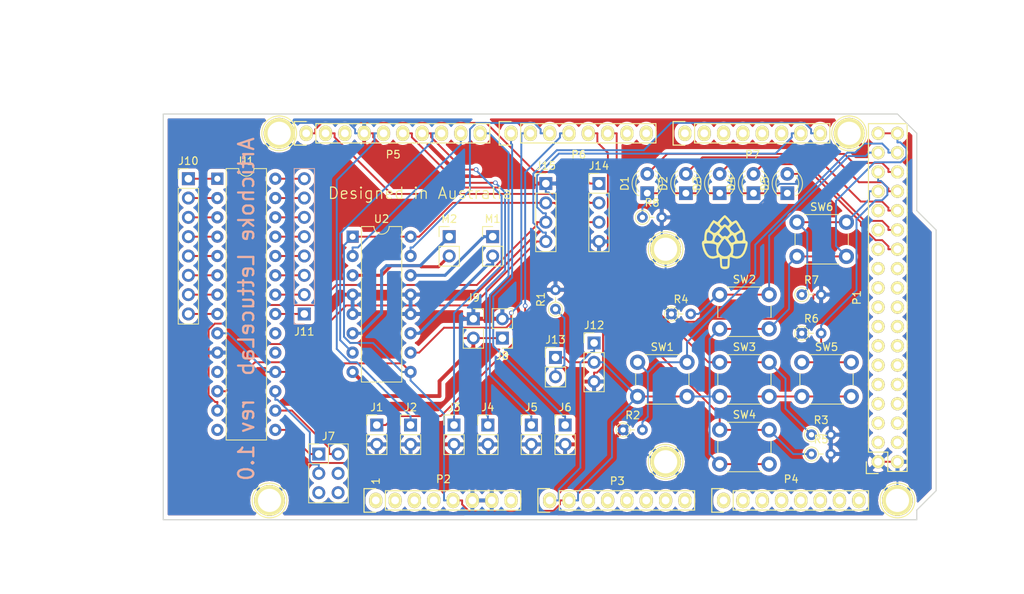
<source format=kicad_pcb>
(kicad_pcb (version 20171130) (host pcbnew 5.1.5+dfsg1-2)
  (title_block (date "mar. 31 mars 2015"))
  (layers (0 F.Cu signal) (31 B.Cu signal) (34 B.Paste user) (35 F.Paste user) (36 B.SilkS user) (37 F.SilkS user) (38 B.Mask user) (39 F.Mask user) (44 Edge.Cuts user))
  (net 0 "")
  (net 1 GND)
  (net 2 "/52(SCK)")
  (net 3 "/53(SS)")
  (net 4 "/50(MISO)")
  (net 5 "/51(MOSI)")
  (net 6 /48)
  (net 7 /49)
  (net 8 /46)
  (net 9 /47)
  (net 10 /44)
  (net 11 /45)
  (net 12 /42)
  (net 13 /43)
  (net 14 /40)
  (net 15 /41)
  (net 16 /38)
  (net 17 /39)
  (net 18 /36)
  (net 19 /37)
  (net 20 /34)
  (net 21 /35)
  (net 22 /32)
  (net 23 /33)
  (net 24 /30)
  (net 25 /31)
  (net 26 /28)
  (net 27 /29)
  (net 28 /26)
  (net 29 /27)
  (net 30 /24)
  (net 31 /25)
  (net 32 /22)
  (net 33 /23)
  (net 34 +5V)
  (net 35 /IOREF)
  (net 36 /Reset)
  (net 37 /Vin)
  (net 38 /A0)
  (net 39 /A2)
  (net 40 /A3)
  (net 41 /A4)
  (net 42 /A5)
  (net 43 /A6)
  (net 44 /A7)
  (net 45 /A8)
  (net 46 /A9)
  (net 47 /A10)
  (net 48 /A11)
  (net 49 /A12)
  (net 50 /A13)
  (net 51 /A14)
  (net 52 /A15)
  (net 53 /SCL)
  (net 54 /SDA)
  (net 55 /AREF)
  (net 56 "/13(**)")
  (net 57 "/12(**)")
  (net 58 "/11(**)")
  (net 59 "/10(**)")
  (net 60 "/9(**)")
  (net 61 "/8(**)")
  (net 62 "/7(**)")
  (net 63 "/6(**)")
  (net 64 "/5(**)")
  (net 65 "/4(**)")
  (net 66 "/3(**)")
  (net 67 "/2(**)")
  (net 68 "/20(SDA)")
  (net 69 "/21(SCL)")
  (net 70 "Net-(P2-Pad1)")
  (net 71 +3V3)
  (net 72 "/1(Tx0)")
  (net 73 "/0(Rx0)")
  (net 74 "/14(Tx3)")
  (net 75 "/15(Rx3)")
  (net 76 "/16(Tx2)")
  (net 77 "/17(Rx2)")
  (net 78 "/18(Tx1)")
  (net 79 "/19(Rx1)")
  (net 80 "Net-(D1-Pad1)")
  (net 81 "Net-(J7-Pad1)")
  (net 82 "Net-(J7-Pad2)")
  (net 83 "Net-(J7-Pad3)")
  (net 84 "Net-(J7-Pad4)")
  (net 85 "Net-(J7-Pad5)")
  (net 86 "Net-(J7-Pad6)")
  (net 87 "Net-(J8-Pad1)")
  (net 88 "Net-(J10-Pad8)")
  (net 89 "Net-(J10-Pad7)")
  (net 90 "Net-(J10-Pad6)")
  (net 91 "Net-(J10-Pad5)")
  (net 92 "Net-(J10-Pad4)")
  (net 93 "Net-(J10-Pad3)")
  (net 94 "Net-(J10-Pad2)")
  (net 95 "Net-(J10-Pad1)")
  (net 96 "Net-(J11-Pad1)")
  (net 97 "Net-(J11-Pad2)")
  (net 98 "Net-(J11-Pad3)")
  (net 99 "Net-(J11-Pad4)")
  (net 100 "Net-(J11-Pad5)")
  (net 101 "Net-(J11-Pad6)")
  (net 102 "Net-(J11-Pad7)")
  (net 103 "Net-(J11-Pad8)")
  (net 104 "Net-(J13-Pad2)")
  (net 105 "Net-(M1-Pad1)")
  (net 106 "Net-(M1-Pad2)")
  (net 107 "Net-(M2-Pad2)")
  (net 108 "Net-(M2-Pad1)")
  (net 109 "Net-(U1-Pad19)")
  (net 110 "Net-(U1-Pad20)")
  (net 111 "Net-(U1-Pad11)")
  (net 112 "Net-(U1-Pad14)")
  (module "custom silkscreen:10" (layer F.Cu) (at 177.165 85.09)
    (fp_text reference G*** hide)
    (fp_text value LOGO hide)
  )
  (module Package_DIP:DIP-16_W7.62mm (layer F.Cu) (at 128.27 84.455)
    (fp_text reference U2 (at 3.81 -2.33) (layer F.SilkS))
    (fp_text value L293D)
    (pad 1 thru_hole rect (at 0 0) (size 1.6 1.6) (drill 0.8) (layers *.Cu *.Mask) (net 34 +5V))
    (pad 9 thru_hole oval (at 7.62 17.78) (size 1.6 1.6) (drill 0.8) (layers *.Cu *.Mask) (net 34 +5V))
    (pad 2 thru_hole oval (at 0 2.54) (size 1.6 1.6) (drill 0.8) (layers *.Cu *.Mask) (net 60 "/9(**)"))
    (pad 10 thru_hole oval (at 7.62 15.24) (size 1.6 1.6) (drill 0.8) (layers *.Cu *.Mask) (net 63 "/6(**)"))
    (pad 3 thru_hole oval (at 0 5.08) (size 1.6 1.6) (drill 0.8) (layers *.Cu *.Mask) (net 107 "Net-(M2-Pad2)"))
    (pad 11 thru_hole oval (at 7.62 12.7) (size 1.6 1.6) (drill 0.8) (layers *.Cu *.Mask) (net 106 "Net-(M1-Pad2)"))
    (pad 4 thru_hole oval (at 0 7.62) (size 1.6 1.6) (drill 0.8) (layers *.Cu *.Mask) (net 1 GND))
    (pad 12 thru_hole oval (at 7.62 10.16) (size 1.6 1.6) (drill 0.8) (layers *.Cu *.Mask) (net 1 GND))
    (pad 5 thru_hole oval (at 0 10.16) (size 1.6 1.6) (drill 0.8) (layers *.Cu *.Mask) (net 1 GND))
    (pad 13 thru_hole oval (at 7.62 7.62) (size 1.6 1.6) (drill 0.8) (layers *.Cu *.Mask) (net 1 GND))
    (pad 6 thru_hole oval (at 0 12.7) (size 1.6 1.6) (drill 0.8) (layers *.Cu *.Mask) (net 108 "Net-(M2-Pad1)"))
    (pad 14 thru_hole oval (at 7.62 5.08) (size 1.6 1.6) (drill 0.8) (layers *.Cu *.Mask) (net 105 "Net-(M1-Pad1)"))
    (pad 7 thru_hole oval (at 0 15.24) (size 1.6 1.6) (drill 0.8) (layers *.Cu *.Mask) (net 59 "/10(**)"))
    (pad 15 thru_hole oval (at 7.62 2.54) (size 1.6 1.6) (drill 0.8) (layers *.Cu *.Mask) (net 64 "/5(**)"))
    (pad 8 thru_hole oval (at 0 17.78) (size 1.6 1.6) (drill 0.8) (layers *.Cu *.Mask) (net 87 "Net-(J8-Pad1)"))
    (pad 16 thru_hole oval (at 7.62 0) (size 1.6 1.6) (drill 0.8) (layers *.Cu *.Mask) (net 34 +5V))
  )
  (module Socket_Arduino_Mega:Socket_Strip_Arduino_2x18 (layer F.Cu) (at 197.358 114.046 90)
    (fp_text reference P1 (at 21.59 -2.794 90) (layer F.SilkS))
    (fp_text value Digital)
    (pad 1 thru_hole circle (at 0 0 90) (size 1.7272 1.7272) (drill 1.016) (layers *.Cu *.Mask F.SilkS) (net 1 GND))
    (pad 2 thru_hole oval (at 0 2.54 90) (size 1.7272 1.7272) (drill 1.016) (layers *.Cu *.Mask F.SilkS) (net 1 GND))
    (pad 3 thru_hole oval (at 2.54 0 90) (size 1.7272 1.7272) (drill 1.016) (layers *.Cu *.Mask F.SilkS) (net 2 "/52(SCK)"))
    (pad 4 thru_hole oval (at 2.54 2.54 90) (size 1.7272 1.7272) (drill 1.016) (layers *.Cu *.Mask F.SilkS) (net 3 "/53(SS)"))
    (pad 5 thru_hole oval (at 5.08 0 90) (size 1.7272 1.7272) (drill 1.016) (layers *.Cu *.Mask F.SilkS) (net 4 "/50(MISO)"))
    (pad 6 thru_hole oval (at 5.08 2.54 90) (size 1.7272 1.7272) (drill 1.016) (layers *.Cu *.Mask F.SilkS) (net 5 "/51(MOSI)"))
    (pad 7 thru_hole oval (at 7.62 0 90) (size 1.7272 1.7272) (drill 1.016) (layers *.Cu *.Mask F.SilkS) (net 6 /48))
    (pad 8 thru_hole oval (at 7.62 2.54 90) (size 1.7272 1.7272) (drill 1.016) (layers *.Cu *.Mask F.SilkS) (net 7 /49))
    (pad 9 thru_hole oval (at 10.16 0 90) (size 1.7272 1.7272) (drill 1.016) (layers *.Cu *.Mask F.SilkS) (net 8 /46))
    (pad 10 thru_hole oval (at 10.16 2.54 90) (size 1.7272 1.7272) (drill 1.016) (layers *.Cu *.Mask F.SilkS) (net 9 /47))
    (pad 11 thru_hole oval (at 12.7 0 90) (size 1.7272 1.7272) (drill 1.016) (layers *.Cu *.Mask F.SilkS) (net 10 /44))
    (pad 12 thru_hole oval (at 12.7 2.54 90) (size 1.7272 1.7272) (drill 1.016) (layers *.Cu *.Mask F.SilkS) (net 11 /45))
    (pad 13 thru_hole oval (at 15.24 0 90) (size 1.7272 1.7272) (drill 1.016) (layers *.Cu *.Mask F.SilkS) (net 12 /42))
    (pad 14 thru_hole oval (at 15.24 2.54 90) (size 1.7272 1.7272) (drill 1.016) (layers *.Cu *.Mask F.SilkS) (net 13 /43))
    (pad 15 thru_hole oval (at 17.78 0 90) (size 1.7272 1.7272) (drill 1.016) (layers *.Cu *.Mask F.SilkS) (net 14 /40))
    (pad 16 thru_hole oval (at 17.78 2.54 90) (size 1.7272 1.7272) (drill 1.016) (layers *.Cu *.Mask F.SilkS) (net 15 /41))
    (pad 17 thru_hole oval (at 20.32 0 90) (size 1.7272 1.7272) (drill 1.016) (layers *.Cu *.Mask F.SilkS) (net 16 /38))
    (pad 18 thru_hole oval (at 20.32 2.54 90) (size 1.7272 1.7272) (drill 1.016) (layers *.Cu *.Mask F.SilkS) (net 17 /39))
    (pad 19 thru_hole oval (at 22.86 0 90) (size 1.7272 1.7272) (drill 1.016) (layers *.Cu *.Mask F.SilkS) (net 18 /36))
    (pad 20 thru_hole oval (at 22.86 2.54 90) (size 1.7272 1.7272) (drill 1.016) (layers *.Cu *.Mask F.SilkS) (net 19 /37))
    (pad 21 thru_hole oval (at 25.4 0 90) (size 1.7272 1.7272) (drill 1.016) (layers *.Cu *.Mask F.SilkS) (net 20 /34))
    (pad 22 thru_hole oval (at 25.4 2.54 90) (size 1.7272 1.7272) (drill 1.016) (layers *.Cu *.Mask F.SilkS) (net 21 /35))
    (pad 23 thru_hole oval (at 27.94 0 90) (size 1.7272 1.7272) (drill 1.016) (layers *.Cu *.Mask F.SilkS) (net 22 /32))
    (pad 24 thru_hole oval (at 27.94 2.54 90) (size 1.7272 1.7272) (drill 1.016) (layers *.Cu *.Mask F.SilkS) (net 23 /33))
    (pad 25 thru_hole oval (at 30.48 0 90) (size 1.7272 1.7272) (drill 1.016) (layers *.Cu *.Mask F.SilkS) (net 24 /30))
    (pad 26 thru_hole oval (at 30.48 2.54 90) (size 1.7272 1.7272) (drill 1.016) (layers *.Cu *.Mask F.SilkS) (net 25 /31))
    (pad 27 thru_hole oval (at 33.02 0 90) (size 1.7272 1.7272) (drill 1.016) (layers *.Cu *.Mask F.SilkS) (net 26 /28))
    (pad 28 thru_hole oval (at 33.02 2.54 90) (size 1.7272 1.7272) (drill 1.016) (layers *.Cu *.Mask F.SilkS) (net 27 /29))
    (pad 29 thru_hole oval (at 35.56 0 90) (size 1.7272 1.7272) (drill 1.016) (layers *.Cu *.Mask F.SilkS) (net 28 /26))
    (pad 30 thru_hole oval (at 35.56 2.54 90) (size 1.7272 1.7272) (drill 1.016) (layers *.Cu *.Mask F.SilkS) (net 29 /27))
    (pad 31 thru_hole oval (at 38.1 0 90) (size 1.7272 1.7272) (drill 1.016) (layers *.Cu *.Mask F.SilkS) (net 30 /24))
    (pad 32 thru_hole oval (at 38.1 2.54 90) (size 1.7272 1.7272) (drill 1.016) (layers *.Cu *.Mask F.SilkS) (net 31 /25))
    (pad 33 thru_hole oval (at 40.64 0 90) (size 1.7272 1.7272) (drill 1.016) (layers *.Cu *.Mask F.SilkS) (net 32 /22))
    (pad 34 thru_hole oval (at 40.64 2.54 90) (size 1.7272 1.7272) (drill 1.016) (layers *.Cu *.Mask F.SilkS) (net 33 /23))
    (pad 35 thru_hole oval (at 43.18 0 90) (size 1.7272 1.7272) (drill 1.016) (layers *.Cu *.Mask F.SilkS) (net 34 +5V))
    (pad 36 thru_hole oval (at 43.18 2.54 90) (size 1.7272 1.7272) (drill 1.016) (layers *.Cu *.Mask F.SilkS) (net 34 +5V))
  )
  (module Socket_Arduino_Mega:Socket_Strip_Arduino_1x08 (layer F.Cu) (at 131.318 119.126)
    (fp_text reference P2 (at 8.89 -2.794) (layer F.SilkS))
    (fp_text value Power)
    (pad 1 thru_hole oval (at 0 0) (size 1.7272 2.032) (drill 1.016) (layers *.Cu *.Mask F.SilkS) (net 70 "Net-(P2-Pad1)"))
    (pad 2 thru_hole oval (at 2.54 0) (size 1.7272 2.032) (drill 1.016) (layers *.Cu *.Mask F.SilkS) (net 35 /IOREF))
    (pad 3 thru_hole oval (at 5.08 0) (size 1.7272 2.032) (drill 1.016) (layers *.Cu *.Mask F.SilkS) (net 36 /Reset))
    (pad 4 thru_hole oval (at 7.62 0) (size 1.7272 2.032) (drill 1.016) (layers *.Cu *.Mask F.SilkS) (net 71 +3V3))
    (pad 5 thru_hole oval (at 10.16 0) (size 1.7272 2.032) (drill 1.016) (layers *.Cu *.Mask F.SilkS) (net 34 +5V))
    (pad 6 thru_hole oval (at 12.7 0) (size 1.7272 2.032) (drill 1.016) (layers *.Cu *.Mask F.SilkS) (net 1 GND))
    (pad 7 thru_hole oval (at 15.24 0) (size 1.7272 2.032) (drill 1.016) (layers *.Cu *.Mask F.SilkS) (net 1 GND))
    (pad 8 thru_hole oval (at 17.78 0) (size 1.7272 2.032) (drill 1.016) (layers *.Cu *.Mask F.SilkS) (net 37 /Vin))
  )
  (module Socket_Arduino_Mega:Socket_Strip_Arduino_1x08 (layer F.Cu) (at 154.178 119.126)
    (fp_text reference P3 (at 8.89 -2.54) (layer F.SilkS))
    (fp_text value Analog)
    (pad 1 thru_hole oval (at 0 0) (size 1.7272 2.032) (drill 1.016) (layers *.Cu *.Mask F.SilkS) (net 38 /A0))
    (pad 2 thru_hole oval (at 2.54 0) (size 1.7272 2.032) (drill 1.016) (layers *.Cu *.Mask F.SilkS) (net 34 +5V))
    (pad 3 thru_hole oval (at 5.08 0) (size 1.7272 2.032) (drill 1.016) (layers *.Cu *.Mask F.SilkS) (net 39 /A2))
    (pad 4 thru_hole oval (at 7.62 0) (size 1.7272 2.032) (drill 1.016) (layers *.Cu *.Mask F.SilkS) (net 40 /A3))
    (pad 5 thru_hole oval (at 10.16 0) (size 1.7272 2.032) (drill 1.016) (layers *.Cu *.Mask F.SilkS) (net 41 /A4))
    (pad 6 thru_hole oval (at 12.7 0) (size 1.7272 2.032) (drill 1.016) (layers *.Cu *.Mask F.SilkS) (net 42 /A5))
    (pad 7 thru_hole oval (at 15.24 0) (size 1.7272 2.032) (drill 1.016) (layers *.Cu *.Mask F.SilkS) (net 43 /A6))
    (pad 8 thru_hole oval (at 17.78 0) (size 1.7272 2.032) (drill 1.016) (layers *.Cu *.Mask F.SilkS) (net 44 /A7))
  )
  (module Socket_Arduino_Mega:Socket_Strip_Arduino_1x08 (layer F.Cu) (at 177.038 119.126)
    (fp_text reference P4 (at 8.89 -2.794) (layer F.SilkS))
    (fp_text value Analog)
    (pad 1 thru_hole oval (at 0 0) (size 1.7272 2.032) (drill 1.016) (layers *.Cu *.Mask F.SilkS) (net 45 /A8))
    (pad 2 thru_hole oval (at 2.54 0) (size 1.7272 2.032) (drill 1.016) (layers *.Cu *.Mask F.SilkS) (net 46 /A9))
    (pad 3 thru_hole oval (at 5.08 0) (size 1.7272 2.032) (drill 1.016) (layers *.Cu *.Mask F.SilkS) (net 47 /A10))
    (pad 4 thru_hole oval (at 7.62 0) (size 1.7272 2.032) (drill 1.016) (layers *.Cu *.Mask F.SilkS) (net 48 /A11))
    (pad 5 thru_hole oval (at 10.16 0) (size 1.7272 2.032) (drill 1.016) (layers *.Cu *.Mask F.SilkS) (net 49 /A12))
    (pad 6 thru_hole oval (at 12.7 0) (size 1.7272 2.032) (drill 1.016) (layers *.Cu *.Mask F.SilkS) (net 50 /A13))
    (pad 7 thru_hole oval (at 15.24 0) (size 1.7272 2.032) (drill 1.016) (layers *.Cu *.Mask F.SilkS) (net 51 /A14))
    (pad 8 thru_hole oval (at 17.78 0) (size 1.7272 2.032) (drill 1.016) (layers *.Cu *.Mask F.SilkS) (net 52 /A15))
  )
  (module Socket_Arduino_Mega:Socket_Strip_Arduino_1x10 (layer F.Cu) (at 122.174 70.866)
    (fp_text reference P5 (at 11.43 2.794) (layer F.SilkS))
    (fp_text value PWM)
    (pad 1 thru_hole oval (at 0 0) (size 1.7272 2.032) (drill 1.016) (layers *.Cu *.Mask F.SilkS) (net 53 /SCL))
    (pad 2 thru_hole oval (at 2.54 0) (size 1.7272 2.032) (drill 1.016) (layers *.Cu *.Mask F.SilkS) (net 54 /SDA))
    (pad 3 thru_hole oval (at 5.08 0) (size 1.7272 2.032) (drill 1.016) (layers *.Cu *.Mask F.SilkS) (net 55 /AREF))
    (pad 4 thru_hole oval (at 7.62 0) (size 1.7272 2.032) (drill 1.016) (layers *.Cu *.Mask F.SilkS) (net 1 GND))
    (pad 5 thru_hole oval (at 10.16 0) (size 1.7272 2.032) (drill 1.016) (layers *.Cu *.Mask F.SilkS) (net 56 "/13(**)"))
    (pad 6 thru_hole oval (at 12.7 0) (size 1.7272 2.032) (drill 1.016) (layers *.Cu *.Mask F.SilkS) (net 57 "/12(**)"))
    (pad 7 thru_hole oval (at 15.24 0) (size 1.7272 2.032) (drill 1.016) (layers *.Cu *.Mask F.SilkS) (net 58 "/11(**)"))
    (pad 8 thru_hole oval (at 17.78 0) (size 1.7272 2.032) (drill 1.016) (layers *.Cu *.Mask F.SilkS) (net 59 "/10(**)"))
    (pad 9 thru_hole oval (at 20.32 0) (size 1.7272 2.032) (drill 1.016) (layers *.Cu *.Mask F.SilkS) (net 60 "/9(**)"))
    (pad 10 thru_hole oval (at 22.86 0) (size 1.7272 2.032) (drill 1.016) (layers *.Cu *.Mask F.SilkS) (net 61 "/8(**)"))
  )
  (module Socket_Arduino_Mega:Socket_Strip_Arduino_1x08 (layer F.Cu) (at 149.098 70.866)
    (fp_text reference P6 (at 8.89 2.794) (layer F.SilkS))
    (fp_text value PWM)
    (pad 1 thru_hole oval (at 0 0) (size 1.7272 2.032) (drill 1.016) (layers *.Cu *.Mask F.SilkS) (net 62 "/7(**)"))
    (pad 2 thru_hole oval (at 2.54 0) (size 1.7272 2.032) (drill 1.016) (layers *.Cu *.Mask F.SilkS) (net 63 "/6(**)"))
    (pad 3 thru_hole oval (at 5.08 0) (size 1.7272 2.032) (drill 1.016) (layers *.Cu *.Mask F.SilkS) (net 64 "/5(**)"))
    (pad 4 thru_hole oval (at 7.62 0) (size 1.7272 2.032) (drill 1.016) (layers *.Cu *.Mask F.SilkS) (net 65 "/4(**)"))
    (pad 5 thru_hole oval (at 10.16 0) (size 1.7272 2.032) (drill 1.016) (layers *.Cu *.Mask F.SilkS) (net 66 "/3(**)"))
    (pad 6 thru_hole oval (at 12.7 0) (size 1.7272 2.032) (drill 1.016) (layers *.Cu *.Mask F.SilkS) (net 67 "/2(**)"))
    (pad 7 thru_hole oval (at 15.24 0) (size 1.7272 2.032) (drill 1.016) (layers *.Cu *.Mask F.SilkS) (net 72 "/1(Tx0)"))
    (pad 8 thru_hole oval (at 17.78 0) (size 1.7272 2.032) (drill 1.016) (layers *.Cu *.Mask F.SilkS) (net 73 "/0(Rx0)"))
  )
  (module Socket_Arduino_Mega:Socket_Strip_Arduino_1x08 (layer F.Cu) (at 171.958 70.866)
    (fp_text reference P7 (at 8.89 2.794) (layer F.SilkS))
    (fp_text value Communication)
    (pad 1 thru_hole oval (at 0 0) (size 1.7272 2.032) (drill 1.016) (layers *.Cu *.Mask F.SilkS) (net 74 "/14(Tx3)"))
    (pad 2 thru_hole oval (at 2.54 0) (size 1.7272 2.032) (drill 1.016) (layers *.Cu *.Mask F.SilkS) (net 75 "/15(Rx3)"))
    (pad 3 thru_hole oval (at 5.08 0) (size 1.7272 2.032) (drill 1.016) (layers *.Cu *.Mask F.SilkS) (net 76 "/16(Tx2)"))
    (pad 4 thru_hole oval (at 7.62 0) (size 1.7272 2.032) (drill 1.016) (layers *.Cu *.Mask F.SilkS) (net 77 "/17(Rx2)"))
    (pad 5 thru_hole oval (at 10.16 0) (size 1.7272 2.032) (drill 1.016) (layers *.Cu *.Mask F.SilkS) (net 78 "/18(Tx1)"))
    (pad 6 thru_hole oval (at 12.7 0) (size 1.7272 2.032) (drill 1.016) (layers *.Cu *.Mask F.SilkS) (net 79 "/19(Rx1)"))
    (pad 7 thru_hole oval (at 15.24 0) (size 1.7272 2.032) (drill 1.016) (layers *.Cu *.Mask F.SilkS) (net 68 "/20(SDA)"))
    (pad 8 thru_hole oval (at 17.78 0) (size 1.7272 2.032) (drill 1.016) (layers *.Cu *.Mask F.SilkS) (net 69 "/21(SCL)"))
  )
  (module Socket_Arduino_Mega:Arduino_1pin (layer F.Cu) (at 117.348 119.126)
    (fp_text reference P8 hide)
    (fp_text value CONN_01X01 hide)
    (pad 1 thru_hole circle (at 0 0) (size 4.064 4.064) (drill 3.048) (layers *.Cu *.Mask F.SilkS) (net 1 GND))
  )
  (module Socket_Arduino_Mega:Arduino_1pin (layer F.Cu) (at 169.418 114.046)
    (fp_text reference P9 hide)
    (fp_text value CONN_01X01 hide)
    (pad 1 thru_hole circle (at 0 0) (size 4.064 4.064) (drill 3.048) (layers *.Cu *.Mask F.SilkS) (net 1 GND))
  )
  (module Socket_Arduino_Mega:Arduino_1pin (layer F.Cu) (at 199.898 119.126)
    (fp_text reference P10 hide)
    (fp_text value CONN_01X01 hide)
    (pad 1 thru_hole circle (at 0 0) (size 4.064 4.064) (drill 3.048) (layers *.Cu *.Mask F.SilkS) (net 1 GND))
  )
  (module Socket_Arduino_Mega:Arduino_1pin (layer F.Cu) (at 118.618 70.866)
    (fp_text reference P11 hide)
    (fp_text value CONN_01X01 hide)
    (pad 1 thru_hole circle (at 0 0) (size 4.064 4.064) (drill 3.048) (layers *.Cu *.Mask F.SilkS) (net 1 GND))
  )
  (module Socket_Arduino_Mega:Arduino_1pin (layer F.Cu) (at 169.418 86.106)
    (fp_text reference P12 hide)
    (fp_text value CONN_01X01 hide)
    (pad 1 thru_hole circle (at 0 0) (size 4.064 4.064) (drill 3.048) (layers *.Cu *.Mask F.SilkS) (net 1 GND))
  )
  (module Socket_Arduino_Mega:Arduino_1pin (layer F.Cu) (at 193.548 70.866)
    (fp_text reference P13 hide)
    (fp_text value CONN_01X01 hide)
    (pad 1 thru_hole circle (at 0 0) (size 4.064 4.064) (drill 3.048) (layers *.Cu *.Mask F.SilkS) (net 1 GND))
  )
  (module LED_THT:LED_D3.0mm (layer F.Cu) (at 167.005 78.74 90)
    (fp_text reference D1 (at 1.27 -2.96 90) (layer F.SilkS))
    (fp_text value LED)
    (pad 2 thru_hole circle (at 2.54 0 90) (size 1.8 1.8) (drill 0.9) (layers *.Cu *.Mask) (net 31 /25))
    (pad 1 thru_hole rect (at 0 0 90) (size 1.8 1.8) (drill 0.9) (layers *.Cu *.Mask) (net 80 "Net-(D1-Pad1)"))
  )
  (module LED_THT:LED_D3.0mm (layer F.Cu) (at 172.085 78.74 90)
    (fp_text reference D2 (at 1.27 -2.96 90) (layer F.SilkS))
    (fp_text value LED)
    (pad 1 thru_hole rect (at 0 0 90) (size 1.8 1.8) (drill 0.9) (layers *.Cu *.Mask) (net 80 "Net-(D1-Pad1)"))
    (pad 2 thru_hole circle (at 2.54 0 90) (size 1.8 1.8) (drill 0.9) (layers *.Cu *.Mask) (net 29 /27))
  )
  (module LED_THT:LED_D3.0mm (layer F.Cu) (at 176.53 78.74 90)
    (fp_text reference D3 (at 1.27 -2.96 90) (layer F.SilkS))
    (fp_text value LED)
    (pad 2 thru_hole circle (at 2.54 0 90) (size 1.8 1.8) (drill 0.9) (layers *.Cu *.Mask) (net 27 /29))
    (pad 1 thru_hole rect (at 0 0 90) (size 1.8 1.8) (drill 0.9) (layers *.Cu *.Mask) (net 80 "Net-(D1-Pad1)"))
  )
  (module LED_THT:LED_D3.0mm (layer F.Cu) (at 180.975 78.74 90)
    (fp_text reference D4 (at 1.27 -2.96 90) (layer F.SilkS))
    (fp_text value LED)
    (pad 1 thru_hole rect (at 0 0 90) (size 1.8 1.8) (drill 0.9) (layers *.Cu *.Mask) (net 80 "Net-(D1-Pad1)"))
    (pad 2 thru_hole circle (at 2.54 0 90) (size 1.8 1.8) (drill 0.9) (layers *.Cu *.Mask) (net 25 /31))
  )
  (module LED_THT:LED_D3.0mm (layer F.Cu) (at 185.42 78.74 90)
    (fp_text reference D5 (at 1.27 -2.96 90) (layer F.SilkS))
    (fp_text value LED)
    (pad 1 thru_hole rect (at 0 0 90) (size 1.8 1.8) (drill 0.9) (layers *.Cu *.Mask) (net 80 "Net-(D1-Pad1)"))
    (pad 2 thru_hole circle (at 2.54 0 90) (size 1.8 1.8) (drill 0.9) (layers *.Cu *.Mask) (net 23 /33))
  )
  (module Connector_PinHeader_2.54mm:PinHeader_1x02_P2.54mm_Vertical (layer F.Cu) (at 131.445 109.22)
    (fp_text reference J1 (at 0 -2.33) (layer F.SilkS))
    (fp_text value leftheadlight)
    (pad 2 thru_hole oval (at 0 2.54) (size 1.7 1.7) (drill 1) (layers *.Cu *.Mask) (net 1 GND))
    (pad 1 thru_hole rect (at 0 0) (size 1.7 1.7) (drill 1) (layers *.Cu *.Mask) (net 65 "/4(**)"))
  )
  (module Connector_PinHeader_2.54mm:PinHeader_1x02_P2.54mm_Vertical (layer F.Cu) (at 135.89 109.22)
    (fp_text reference J2 (at 0 -2.33) (layer F.SilkS))
    (fp_text value rightheadlight)
    (pad 1 thru_hole rect (at 0 0) (size 1.7 1.7) (drill 1) (layers *.Cu *.Mask) (net 56 "/13(**)"))
    (pad 2 thru_hole oval (at 0 2.54) (size 1.7 1.7) (drill 1) (layers *.Cu *.Mask) (net 1 GND))
  )
  (module Connector_PinHeader_2.54mm:PinHeader_1x02_P2.54mm_Vertical (layer F.Cu) (at 141.605 109.22)
    (fp_text reference J3 (at 0 -2.33) (layer F.SilkS))
    (fp_text value leftblinker)
    (pad 2 thru_hole oval (at 0 2.54) (size 1.7 1.7) (drill 1) (layers *.Cu *.Mask) (net 1 GND))
    (pad 1 thru_hole rect (at 0 0) (size 1.7 1.7) (drill 1) (layers *.Cu *.Mask) (net 58 "/11(**)"))
  )
  (module Connector_PinHeader_2.54mm:PinHeader_1x02_P2.54mm_Vertical (layer F.Cu) (at 146.05 109.22)
    (fp_text reference J4 (at 0 -2.33) (layer F.SilkS))
    (fp_text value rightblinker)
    (pad 1 thru_hole rect (at 0 0) (size 1.7 1.7) (drill 1) (layers *.Cu *.Mask) (net 57 "/12(**)"))
    (pad 2 thru_hole oval (at 0 2.54) (size 1.7 1.7) (drill 1) (layers *.Cu *.Mask) (net 1 GND))
  )
  (module Connector_PinHeader_2.54mm:PinHeader_1x02_P2.54mm_Vertical (layer F.Cu) (at 151.765 109.22)
    (fp_text reference J5 (at 0 -2.33) (layer F.SilkS))
    (fp_text value lefttaillight)
    (pad 1 thru_hole rect (at 0 0) (size 1.7 1.7) (drill 1) (layers *.Cu *.Mask) (net 61 "/8(**)"))
    (pad 2 thru_hole oval (at 0 2.54) (size 1.7 1.7) (drill 1) (layers *.Cu *.Mask) (net 1 GND))
  )
  (module Connector_PinHeader_2.54mm:PinHeader_1x02_P2.54mm_Vertical (layer F.Cu) (at 156.21 109.22)
    (fp_text reference J6 (at 0 -2.33) (layer F.SilkS))
    (fp_text value righttaillight)
    (pad 2 thru_hole oval (at 0 2.54) (size 1.7 1.7) (drill 1) (layers *.Cu *.Mask) (net 1 GND))
    (pad 1 thru_hole rect (at 0 0) (size 1.7 1.7) (drill 1) (layers *.Cu *.Mask) (net 62 "/7(**)"))
  )
  (module Connector_PinHeader_2.54mm:PinHeader_2x03_P2.54mm_Vertical (layer F.Cu) (at 123.825 113.03)
    (fp_text reference J7 (at 1.27 -2.33) (layer F.SilkS))
    (fp_text value Conn_02x03_Counter_Clockwise)
    (pad 1 thru_hole rect (at 0 0) (size 1.7 1.7) (drill 1) (layers *.Cu *.Mask) (net 81 "Net-(J7-Pad1)"))
    (pad 2 thru_hole oval (at 2.54 0) (size 1.7 1.7) (drill 1) (layers *.Cu *.Mask) (net 82 "Net-(J7-Pad2)"))
    (pad 3 thru_hole oval (at 0 2.54) (size 1.7 1.7) (drill 1) (layers *.Cu *.Mask) (net 83 "Net-(J7-Pad3)"))
    (pad 4 thru_hole oval (at 2.54 2.54) (size 1.7 1.7) (drill 1) (layers *.Cu *.Mask) (net 84 "Net-(J7-Pad4)"))
    (pad 5 thru_hole oval (at 0 5.08) (size 1.7 1.7) (drill 1) (layers *.Cu *.Mask) (net 85 "Net-(J7-Pad5)"))
    (pad 6 thru_hole oval (at 2.54 5.08) (size 1.7 1.7) (drill 1) (layers *.Cu *.Mask) (net 86 "Net-(J7-Pad6)"))
  )
  (module Connector_PinHeader_2.54mm:PinHeader_1x02_P2.54mm_Vertical (layer F.Cu) (at 147.955 97.79 180)
    (fp_text reference J8 (at 0 -2.33) (layer F.SilkS))
    (fp_text value batt-conn1)
    (pad 2 thru_hole oval (at 0 2.54 180) (size 1.7 1.7) (drill 1) (layers *.Cu *.Mask) (net 1 GND))
    (pad 1 thru_hole rect (at 0 0 180) (size 1.7 1.7) (drill 1) (layers *.Cu *.Mask) (net 87 "Net-(J8-Pad1)"))
  )
  (module Connector_PinSocket_2.54mm:PinSocket_1x02_P2.54mm_Vertical (layer F.Cu) (at 144.145 95.25)
    (fp_text reference J9 (at 0 -2.77) (layer F.SilkS))
    (fp_text value batt-conn2)
    (pad 1 thru_hole rect (at 0 0) (size 1.7 1.7) (drill 1) (layers *.Cu *.Mask) (net 1 GND))
    (pad 2 thru_hole oval (at 0 2.54) (size 1.7 1.7) (drill 1) (layers *.Cu *.Mask) (net 87 "Net-(J8-Pad1)"))
  )
  (module Connector_PinHeader_2.54mm:PinHeader_1x08_P2.54mm_Vertical (layer F.Cu) (at 106.68 76.835)
    (fp_text reference J10 (at 0 -2.33) (layer F.SilkS))
    (fp_text value Conn_01x08_Male)
    (pad 8 thru_hole oval (at 0 17.78) (size 1.7 1.7) (drill 1) (layers *.Cu *.Mask) (net 88 "Net-(J10-Pad8)"))
    (pad 7 thru_hole oval (at 0 15.24) (size 1.7 1.7) (drill 1) (layers *.Cu *.Mask) (net 89 "Net-(J10-Pad7)"))
    (pad 6 thru_hole oval (at 0 12.7) (size 1.7 1.7) (drill 1) (layers *.Cu *.Mask) (net 90 "Net-(J10-Pad6)"))
    (pad 5 thru_hole oval (at 0 10.16) (size 1.7 1.7) (drill 1) (layers *.Cu *.Mask) (net 91 "Net-(J10-Pad5)"))
    (pad 4 thru_hole oval (at 0 7.62) (size 1.7 1.7) (drill 1) (layers *.Cu *.Mask) (net 92 "Net-(J10-Pad4)"))
    (pad 3 thru_hole oval (at 0 5.08) (size 1.7 1.7) (drill 1) (layers *.Cu *.Mask) (net 93 "Net-(J10-Pad3)"))
    (pad 2 thru_hole oval (at 0 2.54) (size 1.7 1.7) (drill 1) (layers *.Cu *.Mask) (net 94 "Net-(J10-Pad2)"))
    (pad 1 thru_hole rect (at 0 0) (size 1.7 1.7) (drill 1) (layers *.Cu *.Mask) (net 95 "Net-(J10-Pad1)"))
  )
  (module Connector_PinHeader_2.54mm:PinHeader_1x08_P2.54mm_Vertical (layer B.Cu) (at 121.92 94.615)
    (fp_text reference J11 (at 0 2.33) (layer F.SilkS))
    (fp_text value Conn_01x08_Male)
    (pad 1 thru_hole rect (at 0 0) (size 1.7 1.7) (drill 1) (layers *.Cu *.Mask) (net 96 "Net-(J11-Pad1)"))
    (pad 2 thru_hole oval (at 0 -2.54) (size 1.7 1.7) (drill 1) (layers *.Cu *.Mask) (net 97 "Net-(J11-Pad2)"))
    (pad 3 thru_hole oval (at 0 -5.08) (size 1.7 1.7) (drill 1) (layers *.Cu *.Mask) (net 98 "Net-(J11-Pad3)"))
    (pad 4 thru_hole oval (at 0 -7.62) (size 1.7 1.7) (drill 1) (layers *.Cu *.Mask) (net 99 "Net-(J11-Pad4)"))
    (pad 5 thru_hole oval (at 0 -10.16) (size 1.7 1.7) (drill 1) (layers *.Cu *.Mask) (net 100 "Net-(J11-Pad5)"))
    (pad 6 thru_hole oval (at 0 -12.7) (size 1.7 1.7) (drill 1) (layers *.Cu *.Mask) (net 101 "Net-(J11-Pad6)"))
    (pad 7 thru_hole oval (at 0 -15.24) (size 1.7 1.7) (drill 1) (layers *.Cu *.Mask) (net 102 "Net-(J11-Pad7)"))
    (pad 8 thru_hole oval (at 0 -17.78) (size 1.7 1.7) (drill 1) (layers *.Cu *.Mask) (net 103 "Net-(J11-Pad8)"))
  )
  (module Connector_PinHeader_2.54mm:PinHeader_1x03_P2.54mm_Vertical (layer F.Cu) (at 160.02 98.425)
    (fp_text reference J12 (at 0 -2.33) (layer F.SilkS))
    (fp_text value distance1)
    (pad 1 thru_hole rect (at 0 0) (size 1.7 1.7) (drill 1) (layers *.Cu *.Mask) (net 38 /A0))
    (pad 2 thru_hole oval (at 0 2.54) (size 1.7 1.7) (drill 1) (layers *.Cu *.Mask) (net 34 +5V))
    (pad 3 thru_hole oval (at 0 5.08) (size 1.7 1.7) (drill 1) (layers *.Cu *.Mask) (net 1 GND))
  )
  (module Connector_PinHeader_2.54mm:PinHeader_1x02_P2.54mm_Vertical (layer F.Cu) (at 154.94 100.33)
    (fp_text reference J13 (at 0 -2.33) (layer F.SilkS))
    (fp_text value light1)
    (pad 1 thru_hole rect (at 0 0) (size 1.7 1.7) (drill 1) (layers *.Cu *.Mask) (net 34 +5V))
    (pad 2 thru_hole oval (at 0 2.54) (size 1.7 1.7) (drill 1) (layers *.Cu *.Mask) (net 104 "Net-(J13-Pad2)"))
  )
  (module Connector_PinHeader_2.54mm:PinHeader_1x04_P2.54mm_Vertical (layer F.Cu) (at 160.655 77.47)
    (fp_text reference J14 (at 0 -2.33) (layer F.SilkS))
    (fp_text value 12c)
    (pad 1 thru_hole rect (at 0 0) (size 1.7 1.7) (drill 1) (layers *.Cu *.Mask) (net 53 /SCL))
    (pad 2 thru_hole oval (at 0 2.54) (size 1.7 1.7) (drill 1) (layers *.Cu *.Mask) (net 54 /SDA))
    (pad 3 thru_hole oval (at 0 5.08) (size 1.7 1.7) (drill 1) (layers *.Cu *.Mask) (net 34 +5V))
    (pad 4 thru_hole oval (at 0 7.62) (size 1.7 1.7) (drill 1) (layers *.Cu *.Mask) (net 1 GND))
  )
  (module Connector_PinHeader_2.54mm:PinHeader_1x04_P2.54mm_Vertical (layer F.Cu) (at 153.67 77.47)
    (fp_text reference J15 (at 0 -2.33) (layer F.SilkS))
    (fp_text value "screen port")
    (pad 4 thru_hole oval (at 0 7.62) (size 1.7 1.7) (drill 1) (layers *.Cu *.Mask) (net 69 "/21(SCL)"))
    (pad 3 thru_hole oval (at 0 5.08) (size 1.7 1.7) (drill 1) (layers *.Cu *.Mask) (net 68 "/20(SDA)"))
    (pad 2 thru_hole oval (at 0 2.54) (size 1.7 1.7) (drill 1) (layers *.Cu *.Mask) (net 34 +5V))
    (pad 1 thru_hole rect (at 0 0) (size 1.7 1.7) (drill 1) (layers *.Cu *.Mask) (net 1 GND))
  )
  (module Connector_PinHeader_2.54mm:PinHeader_1x02_P2.54mm_Vertical (layer F.Cu) (at 146.685 84.455)
    (fp_text reference M1 (at 0 -2.33) (layer F.SilkS))
    (fp_text value Motor_DC)
    (pad 1 thru_hole rect (at 0 0) (size 1.7 1.7) (drill 1) (layers *.Cu *.Mask) (net 105 "Net-(M1-Pad1)"))
    (pad 2 thru_hole oval (at 0 2.54) (size 1.7 1.7) (drill 1) (layers *.Cu *.Mask) (net 106 "Net-(M1-Pad2)"))
  )
  (module Connector_PinHeader_2.54mm:PinHeader_1x02_P2.54mm_Vertical (layer F.Cu) (at 140.97 84.455)
    (fp_text reference M2 (at 0 -2.33) (layer F.SilkS))
    (fp_text value Motor_DC)
    (pad 2 thru_hole oval (at 0 2.54) (size 1.7 1.7) (drill 1) (layers *.Cu *.Mask) (net 107 "Net-(M2-Pad2)"))
    (pad 1 thru_hole rect (at 0 0) (size 1.7 1.7) (drill 1) (layers *.Cu *.Mask) (net 108 "Net-(M2-Pad1)"))
  )
  (module Resistor_THT:R_Axial_DIN0204_L3.6mm_D1.6mm_P2.54mm_Vertical (layer F.Cu) (at 154.94 93.98 90)
    (fp_text reference R1 (at 1.27 -1.92 90) (layer F.SilkS))
    (fp_text value R)
    (pad 1 thru_hole circle (at 0 0 90) (size 1.4 1.4) (drill 0.7) (layers *.Cu *.Mask) (net 104 "Net-(J13-Pad2)"))
    (pad 2 thru_hole oval (at 2.54 0 90) (size 1.4 1.4) (drill 0.7) (layers *.Cu *.Mask) (net 1 GND))
  )
  (module Resistor_THT:R_Axial_DIN0204_L3.6mm_D1.6mm_P2.54mm_Vertical (layer F.Cu) (at 163.83 109.855)
    (fp_text reference R2 (at 1.27 -1.92) (layer F.SilkS))
    (fp_text value R)
    (pad 1 thru_hole circle (at 0 0) (size 1.4 1.4) (drill 0.7) (layers *.Cu *.Mask) (net 1 GND))
    (pad 2 thru_hole oval (at 2.54 0) (size 1.4 1.4) (drill 0.7) (layers *.Cu *.Mask) (net 33 /23))
  )
  (module Resistor_THT:R_Axial_DIN0204_L3.6mm_D1.6mm_P2.54mm_Vertical (layer F.Cu) (at 188.595 110.49)
    (fp_text reference R3 (at 1.27 -1.92) (layer F.SilkS))
    (fp_text value R)
    (pad 1 thru_hole circle (at 0 0) (size 1.4 1.4) (drill 0.7) (layers *.Cu *.Mask) (net 67 "/2(**)"))
    (pad 2 thru_hole oval (at 2.54 0) (size 1.4 1.4) (drill 0.7) (layers *.Cu *.Mask) (net 1 GND))
  )
  (module Resistor_THT:R_Axial_DIN0204_L3.6mm_D1.6mm_P2.54mm_Vertical (layer F.Cu) (at 170.18 94.615)
    (fp_text reference R4 (at 1.27 -1.92) (layer F.SilkS))
    (fp_text value R)
    (pad 2 thru_hole oval (at 2.54 0) (size 1.4 1.4) (drill 0.7) (layers *.Cu *.Mask) (net 32 /22))
    (pad 1 thru_hole circle (at 0 0) (size 1.4 1.4) (drill 0.7) (layers *.Cu *.Mask) (net 1 GND))
  )
  (module Resistor_THT:R_Axial_DIN0204_L3.6mm_D1.6mm_P2.54mm_Vertical (layer F.Cu) (at 188.595 113.03)
    (fp_text reference R5 (at 1.27 -1.92) (layer F.SilkS))
    (fp_text value R)
    (pad 2 thru_hole oval (at 2.54 0) (size 1.4 1.4) (drill 0.7) (layers *.Cu *.Mask) (net 1 GND))
    (pad 1 thru_hole circle (at 0 0) (size 1.4 1.4) (drill 0.7) (layers *.Cu *.Mask) (net 66 "/3(**)"))
  )
  (module Resistor_THT:R_Axial_DIN0204_L3.6mm_D1.6mm_P2.54mm_Vertical (layer F.Cu) (at 187.325 97.155)
    (fp_text reference R6 (at 1.27 -1.92) (layer F.SilkS))
    (fp_text value R)
    (pad 1 thru_hole circle (at 0 0) (size 1.4 1.4) (drill 0.7) (layers *.Cu *.Mask) (net 1 GND))
    (pad 2 thru_hole oval (at 2.54 0) (size 1.4 1.4) (drill 0.7) (layers *.Cu *.Mask) (net 30 /24))
  )
  (module Resistor_THT:R_Axial_DIN0204_L3.6mm_D1.6mm_P2.54mm_Vertical (layer F.Cu) (at 187.325 92.075)
    (fp_text reference R7 (at 1.27 -1.92) (layer F.SilkS))
    (fp_text value R)
    (pad 2 thru_hole oval (at 2.54 0) (size 1.4 1.4) (drill 0.7) (layers *.Cu *.Mask) (net 1 GND))
    (pad 1 thru_hole circle (at 0 0) (size 1.4 1.4) (drill 0.7) (layers *.Cu *.Mask) (net 28 /26))
  )
  (module Resistor_THT:R_Axial_DIN0204_L3.6mm_D1.6mm_P2.54mm_Vertical (layer F.Cu) (at 166.37 81.915)
    (fp_text reference R8 (at 1.27 -1.92) (layer F.SilkS))
    (fp_text value R)
    (pad 2 thru_hole oval (at 2.54 0) (size 1.4 1.4) (drill 0.7) (layers *.Cu *.Mask) (net 1 GND))
    (pad 1 thru_hole circle (at 0 0) (size 1.4 1.4) (drill 0.7) (layers *.Cu *.Mask) (net 80 "Net-(D1-Pad1)"))
  )
  (module Button_Switch_THT:SW_PUSH_6mm (layer F.Cu) (at 165.735 100.965)
    (fp_text reference SW1 (at 3.25 -2) (layer F.SilkS))
    (fp_text value leftbutton)
    (pad 2 thru_hole circle (at 0 4.5 90) (size 2 2) (drill 1.1) (layers *.Cu *.Mask) (net 34 +5V))
    (pad 1 thru_hole circle (at 0 0 90) (size 2 2) (drill 1.1) (layers *.Cu *.Mask) (net 33 /23))
    (pad 2 thru_hole circle (at 6.5 4.5 90) (size 2 2) (drill 1.1) (layers *.Cu *.Mask) (net 34 +5V))
    (pad 1 thru_hole circle (at 6.5 0 90) (size 2 2) (drill 1.1) (layers *.Cu *.Mask) (net 33 /23))
  )
  (module Button_Switch_THT:SW_PUSH_6mm (layer F.Cu) (at 176.53 92.075)
    (fp_text reference SW2 (at 3.25 -2) (layer F.SilkS))
    (fp_text value upbutton)
    (pad 1 thru_hole circle (at 6.5 0 90) (size 2 2) (drill 1.1) (layers *.Cu *.Mask) (net 32 /22))
    (pad 2 thru_hole circle (at 6.5 4.5 90) (size 2 2) (drill 1.1) (layers *.Cu *.Mask) (net 34 +5V))
    (pad 1 thru_hole circle (at 0 0 90) (size 2 2) (drill 1.1) (layers *.Cu *.Mask) (net 32 /22))
    (pad 2 thru_hole circle (at 0 4.5 90) (size 2 2) (drill 1.1) (layers *.Cu *.Mask) (net 34 +5V))
  )
  (module Button_Switch_THT:SW_PUSH_6mm (layer F.Cu) (at 176.53 100.965)
    (fp_text reference SW3 (at 3.25 -2) (layer F.SilkS))
    (fp_text value centerbutton)
    (pad 2 thru_hole circle (at 0 4.5 90) (size 2 2) (drill 1.1) (layers *.Cu *.Mask) (net 34 +5V))
    (pad 1 thru_hole circle (at 0 0 90) (size 2 2) (drill 1.1) (layers *.Cu *.Mask) (net 67 "/2(**)"))
    (pad 2 thru_hole circle (at 6.5 4.5 90) (size 2 2) (drill 1.1) (layers *.Cu *.Mask) (net 34 +5V))
    (pad 1 thru_hole circle (at 6.5 0 90) (size 2 2) (drill 1.1) (layers *.Cu *.Mask) (net 67 "/2(**)"))
  )
  (module Button_Switch_THT:SW_PUSH_6mm (layer F.Cu) (at 176.53 109.855)
    (fp_text reference SW4 (at 3.25 -2) (layer F.SilkS))
    (fp_text value downbutton)
    (pad 1 thru_hole circle (at 6.5 0 90) (size 2 2) (drill 1.1) (layers *.Cu *.Mask) (net 66 "/3(**)"))
    (pad 2 thru_hole circle (at 6.5 4.5 90) (size 2 2) (drill 1.1) (layers *.Cu *.Mask) (net 34 +5V))
    (pad 1 thru_hole circle (at 0 0 90) (size 2 2) (drill 1.1) (layers *.Cu *.Mask) (net 66 "/3(**)"))
    (pad 2 thru_hole circle (at 0 4.5 90) (size 2 2) (drill 1.1) (layers *.Cu *.Mask) (net 34 +5V))
  )
  (module Button_Switch_THT:SW_PUSH_6mm (layer F.Cu) (at 187.325 100.965)
    (fp_text reference SW5 (at 3.25 -2) (layer F.SilkS))
    (fp_text value rightbutton)
    (pad 2 thru_hole circle (at 0 4.5 90) (size 2 2) (drill 1.1) (layers *.Cu *.Mask) (net 34 +5V))
    (pad 1 thru_hole circle (at 0 0 90) (size 2 2) (drill 1.1) (layers *.Cu *.Mask) (net 30 /24))
    (pad 2 thru_hole circle (at 6.5 4.5 90) (size 2 2) (drill 1.1) (layers *.Cu *.Mask) (net 34 +5V))
    (pad 1 thru_hole circle (at 6.5 0 90) (size 2 2) (drill 1.1) (layers *.Cu *.Mask) (net 30 /24))
  )
  (module Button_Switch_THT:SW_PUSH_6mm (layer F.Cu) (at 186.69 82.55)
    (fp_text reference SW6 (at 3.25 -2) (layer F.SilkS))
    (fp_text value SW_Push)
    (pad 1 thru_hole circle (at 6.5 0 90) (size 2 2) (drill 1.1) (layers *.Cu *.Mask) (net 28 /26))
    (pad 2 thru_hole circle (at 6.5 4.5 90) (size 2 2) (drill 1.1) (layers *.Cu *.Mask) (net 34 +5V))
    (pad 1 thru_hole circle (at 0 0 90) (size 2 2) (drill 1.1) (layers *.Cu *.Mask) (net 28 /26))
    (pad 2 thru_hole circle (at 0 4.5 90) (size 2 2) (drill 1.1) (layers *.Cu *.Mask) (net 34 +5V))
  )
  (module Package_DIP:DIP-28_W7.62mm (layer F.Cu) (at 110.49 76.835)
    (fp_text reference U1 (at 3.81 -2.33) (layer F.SilkS))
    (fp_text value MCP23017_SP)
    (pad 1 thru_hole rect (at 0 0) (size 1.6 1.6) (drill 0.8) (layers *.Cu *.Mask) (net 95 "Net-(J10-Pad1)"))
    (pad 15 thru_hole oval (at 7.62 33.02) (size 1.6 1.6) (drill 0.8) (layers *.Cu *.Mask) (net 81 "Net-(J7-Pad1)"))
    (pad 2 thru_hole oval (at 0 2.54) (size 1.6 1.6) (drill 0.8) (layers *.Cu *.Mask) (net 94 "Net-(J10-Pad2)"))
    (pad 16 thru_hole oval (at 7.62 30.48) (size 1.6 1.6) (drill 0.8) (layers *.Cu *.Mask) (net 82 "Net-(J7-Pad2)"))
    (pad 3 thru_hole oval (at 0 5.08) (size 1.6 1.6) (drill 0.8) (layers *.Cu *.Mask) (net 93 "Net-(J10-Pad3)"))
    (pad 17 thru_hole oval (at 7.62 27.94) (size 1.6 1.6) (drill 0.8) (layers *.Cu *.Mask) (net 83 "Net-(J7-Pad3)"))
    (pad 4 thru_hole oval (at 0 7.62) (size 1.6 1.6) (drill 0.8) (layers *.Cu *.Mask) (net 92 "Net-(J10-Pad4)"))
    (pad 18 thru_hole oval (at 7.62 25.4) (size 1.6 1.6) (drill 0.8) (layers *.Cu *.Mask) (net 34 +5V))
    (pad 5 thru_hole oval (at 0 10.16) (size 1.6 1.6) (drill 0.8) (layers *.Cu *.Mask) (net 91 "Net-(J10-Pad5)"))
    (pad 19 thru_hole oval (at 7.62 22.86) (size 1.6 1.6) (drill 0.8) (layers *.Cu *.Mask) (net 109 "Net-(U1-Pad19)"))
    (pad 6 thru_hole oval (at 0 12.7) (size 1.6 1.6) (drill 0.8) (layers *.Cu *.Mask) (net 90 "Net-(J10-Pad6)"))
    (pad 20 thru_hole oval (at 7.62 20.32) (size 1.6 1.6) (drill 0.8) (layers *.Cu *.Mask) (net 110 "Net-(U1-Pad20)"))
    (pad 7 thru_hole oval (at 0 15.24) (size 1.6 1.6) (drill 0.8) (layers *.Cu *.Mask) (net 89 "Net-(J10-Pad7)"))
    (pad 21 thru_hole oval (at 7.62 17.78) (size 1.6 1.6) (drill 0.8) (layers *.Cu *.Mask) (net 96 "Net-(J11-Pad1)"))
    (pad 8 thru_hole oval (at 0 17.78) (size 1.6 1.6) (drill 0.8) (layers *.Cu *.Mask) (net 88 "Net-(J10-Pad8)"))
    (pad 22 thru_hole oval (at 7.62 15.24) (size 1.6 1.6) (drill 0.8) (layers *.Cu *.Mask) (net 97 "Net-(J11-Pad2)"))
    (pad 9 thru_hole oval (at 0 20.32) (size 1.6 1.6) (drill 0.8) (layers *.Cu *.Mask) (net 34 +5V))
    (pad 23 thru_hole oval (at 7.62 12.7) (size 1.6 1.6) (drill 0.8) (layers *.Cu *.Mask) (net 98 "Net-(J11-Pad3)"))
    (pad 10 thru_hole oval (at 0 22.86) (size 1.6 1.6) (drill 0.8) (layers *.Cu *.Mask) (net 1 GND))
    (pad 24 thru_hole oval (at 7.62 10.16) (size 1.6 1.6) (drill 0.8) (layers *.Cu *.Mask) (net 99 "Net-(J11-Pad4)"))
    (pad 11 thru_hole oval (at 0 25.4) (size 1.6 1.6) (drill 0.8) (layers *.Cu *.Mask) (net 111 "Net-(U1-Pad11)"))
    (pad 25 thru_hole oval (at 7.62 7.62) (size 1.6 1.6) (drill 0.8) (layers *.Cu *.Mask) (net 100 "Net-(J11-Pad5)"))
    (pad 12 thru_hole oval (at 0 27.94) (size 1.6 1.6) (drill 0.8) (layers *.Cu *.Mask) (net 69 "/21(SCL)"))
    (pad 26 thru_hole oval (at 7.62 5.08) (size 1.6 1.6) (drill 0.8) (layers *.Cu *.Mask) (net 101 "Net-(J11-Pad6)"))
    (pad 13 thru_hole oval (at 0 30.48) (size 1.6 1.6) (drill 0.8) (layers *.Cu *.Mask) (net 68 "/20(SDA)"))
    (pad 27 thru_hole oval (at 7.62 2.54) (size 1.6 1.6) (drill 0.8) (layers *.Cu *.Mask) (net 102 "Net-(J11-Pad7)"))
    (pad 14 thru_hole oval (at 0 33.02) (size 1.6 1.6) (drill 0.8) (layers *.Cu *.Mask) (net 112 "Net-(U1-Pad14)"))
    (pad 28 thru_hole oval (at 7.62 0) (size 1.6 1.6) (drill 0.8) (layers *.Cu *.Mask) (net 103 "Net-(J11-Pad8)"))
  )
  (gr_text "Designed in Australia" (at 137.16 78.74) (layer F.SilkS) (effects (font (size 1.5 1.5))))
  (gr_text "Artichoke LettuceLab  rev 1.0" (at 114.3 93.98 90) (layer B.SilkS) (effects (font (size 2 2) (thickness 0.3)) (justify mirror)))
  (gr_text 1 (at 131.318 116.586 90) (layer F.SilkS) (effects (font (size 1 1))))
  (gr_line (start 202.438 121.666) (end 103.378 121.666) (angle 90) (layer Edge.Cuts) (width 0.15))
  (gr_line (start 202.438 120.396) (end 202.438 121.666) (angle 90) (layer Edge.Cuts) (width 0.15))
  (gr_line (start 204.978 117.856) (end 202.438 120.396) (angle 90) (layer Edge.Cuts) (width 0.15))
  (gr_line (start 204.978 83.566) (end 204.978 117.856) (angle 90) (layer Edge.Cuts) (width 0.15))
  (gr_line (start 202.438 81.026) (end 204.978 83.566) (angle 90) (layer Edge.Cuts) (width 0.15))
  (gr_line (start 202.438 70.866) (end 202.438 81.026) (angle 90) (layer Edge.Cuts) (width 0.15))
  (gr_line (start 199.898 68.326) (end 202.438 70.866) (angle 90) (layer Edge.Cuts) (width 0.15))
  (gr_line (start 103.378 68.326) (end 199.898 68.326) (angle 90) (layer Edge.Cuts) (width 0.15))
  (gr_line (start 103.378 121.666) (end 103.378 68.326) (angle 90) (layer Edge.Cuts) (width 0.15))
  (segment (start 186.2372 95.247) (end 173.748 95.247) (width 0.25) (layer F.Cu) (net 1))
  (segment (start 173.748 95.247) (end 173.3511 95.6439) (width 0.25) (layer F.Cu) (net 1))
  (segment (start 173.3511 95.6439) (end 171.2089 95.6439) (width 0.25) (layer F.Cu) (net 1))
  (segment (start 171.2089 95.6439) (end 170.18 94.615) (width 0.25) (layer F.Cu) (net 1))
  (segment (start 187.325 97.155) (end 186.2372 96.0672) (width 0.25) (layer F.Cu) (net 1))
  (segment (start 186.2372 96.0672) (end 186.2372 95.247) (width 0.25) (layer F.Cu) (net 1))
  (segment (start 188.8397 92.075) (end 188.8397 92.6445) (width 0.25) (layer F.Cu) (net 1))
  (segment (start 188.8397 92.6445) (end 186.2372 95.247) (width 0.25) (layer F.Cu) (net 1))
  (segment (start 189.865 92.075) (end 188.8397 92.075) (width 0.25) (layer F.Cu) (net 1))
  (segment (start 160.02 103.505) (end 160.02 102.3297) (width 0.25) (layer F.Cu) (net 1))
  (segment (start 154.94 91.44) (end 155.9653 91.44) (width 0.25) (layer F.Cu) (net 1))
  (segment (start 155.9653 91.44) (end 161.1953 96.67) (width 0.25) (layer F.Cu) (net 1))
  (segment (start 161.1953 96.67) (end 161.1953 101.5218) (width 0.25) (layer F.Cu) (net 1))
  (segment (start 161.1953 101.5218) (end 160.3874 102.3297) (width 0.25) (layer F.Cu) (net 1))
  (segment (start 160.3874 102.3297) (end 160.02 102.3297) (width 0.25) (layer F.Cu) (net 1))
  (segment (start 160.9353 108.21) (end 157.3853 111.76) (width 0.25) (layer F.Cu) (net 1))
  (segment (start 163.83 109.855) (end 162.185 108.21) (width 0.25) (layer F.Cu) (net 1))
  (segment (start 162.185 108.21) (end 160.9353 108.21) (width 0.25) (layer F.Cu) (net 1))
  (segment (start 160.02 103.505) (end 160.02 107.2947) (width 0.25) (layer F.Cu) (net 1))
  (segment (start 160.02 107.2947) (end 160.9353 108.21) (width 0.25) (layer F.Cu) (net 1))
  (segment (start 156.21 111.76) (end 157.3853 111.76) (width 0.25) (layer F.Cu) (net 1))
  (segment (start 130.9829 70.866) (end 130.9829 71.3861) (width 0.25) (layer F.Cu) (net 1))
  (segment (start 130.9829 71.3861) (end 137.5953 77.9985) (width 0.25) (layer F.Cu) (net 1))
  (segment (start 137.5953 77.9985) (end 151.9662 77.9985) (width 0.25) (layer F.Cu) (net 1))
  (segment (start 151.9662 77.9985) (end 152.4947 77.47) (width 0.25) (layer F.Cu) (net 1))
  (segment (start 146.05 111.76) (end 141.605 111.76) (width 0.25) (layer F.Cu) (net 1))
  (segment (start 169.418 114.046) (end 168.021 114.046) (width 0.25) (layer B.Cu) (net 1))
  (segment (start 168.021 114.046) (end 163.83 109.855) (width 0.25) (layer B.Cu) (net 1))
  (segment (start 153.67 77.47) (end 153.67 78.6453) (width 0.25) (layer B.Cu) (net 1))
  (segment (start 159.4797 85.09) (end 159.4797 84.0877) (width 0.25) (layer B.Cu) (net 1))
  (segment (start 159.4797 84.0877) (end 154.0373 78.6453) (width 0.25) (layer B.Cu) (net 1))
  (segment (start 154.0373 78.6453) (end 153.67 78.6453) (width 0.25) (layer B.Cu) (net 1))
  (segment (start 159.5923 85.09) (end 159.4797 85.09) (width 0.25) (layer B.Cu) (net 1))
  (segment (start 160.655 85.09) (end 159.5923 85.09) (width 0.25) (layer B.Cu) (net 1))
  (segment (start 154.94 91.44) (end 154.94 90.4147) (width 0.25) (layer B.Cu) (net 1))
  (segment (start 154.94 90.4147) (end 159.4797 85.875) (width 0.25) (layer B.Cu) (net 1))
  (segment (start 159.4797 85.875) (end 159.4797 85.09) (width 0.25) (layer B.Cu) (net 1))
  (segment (start 154.4274 91.44) (end 154.94 91.44) (width 0.25) (layer B.Cu) (net 1))
  (segment (start 154.4274 91.44) (end 153.9147 91.44) (width 0.25) (layer B.Cu) (net 1))
  (segment (start 129.794 70.866) (end 130.9829 70.866) (width 0.25) (layer F.Cu) (net 1))
  (segment (start 153.67 77.47) (end 152.4947 77.47) (width 0.25) (layer F.Cu) (net 1))
  (segment (start 147.955 95.25) (end 149.1303 95.25) (width 0.25) (layer B.Cu) (net 1))
  (segment (start 149.1303 95.25) (end 150.1413 95.25) (width 0.25) (layer B.Cu) (net 1))
  (segment (start 150.1413 95.25) (end 153.9147 91.4766) (width 0.25) (layer B.Cu) (net 1))
  (segment (start 153.9147 91.4766) (end 153.9147 91.44) (width 0.25) (layer B.Cu) (net 1))
  (segment (start 187.325 97.155) (end 191.135 100.965) (width 0.25) (layer B.Cu) (net 1))
  (segment (start 191.135 100.965) (end 191.135 110.49) (width 0.25) (layer B.Cu) (net 1))
  (segment (start 151.765 111.76) (end 156.21 111.76) (width 0.25) (layer F.Cu) (net 1))
  (segment (start 146.558 113.1893) (end 149.1604 113.1893) (width 0.25) (layer B.Cu) (net 1))
  (segment (start 149.1604 113.1893) (end 150.5897 111.76) (width 0.25) (layer B.Cu) (net 1))
  (segment (start 146.05 112.9353) (end 146.304 113.1893) (width 0.25) (layer B.Cu) (net 1))
  (segment (start 146.304 113.1893) (end 146.558 113.1893) (width 0.25) (layer B.Cu) (net 1))
  (segment (start 146.558 113.1893) (end 146.558 119.126) (width 0.25) (layer B.Cu) (net 1))
  (segment (start 151.765 111.76) (end 150.5897 111.76) (width 0.25) (layer B.Cu) (net 1))
  (segment (start 110.49 99.695) (end 111.6153 99.695) (width 0.25) (layer F.Cu) (net 1))
  (segment (start 128.27 92.075) (end 127.1447 92.075) (width 0.25) (layer F.Cu) (net 1))
  (segment (start 127.1447 92.075) (end 120.65 98.5697) (width 0.25) (layer F.Cu) (net 1))
  (segment (start 120.65 98.5697) (end 112.7406 98.5697) (width 0.25) (layer F.Cu) (net 1))
  (segment (start 112.7406 98.5697) (end 111.6153 99.695) (width 0.25) (layer F.Cu) (net 1))
  (segment (start 131.445 111.76) (end 130.2697 111.76) (width 0.25) (layer F.Cu) (net 1))
  (segment (start 130.2697 111.76) (end 127.8243 114.2054) (width 0.25) (layer F.Cu) (net 1))
  (segment (start 127.8243 114.2054) (end 122.2686 114.2054) (width 0.25) (layer F.Cu) (net 1))
  (segment (start 122.2686 114.2054) (end 117.348 119.126) (width 0.25) (layer F.Cu) (net 1))
  (segment (start 135.89 111.76) (end 131.445 111.76) (width 0.25) (layer F.Cu) (net 1))
  (segment (start 197.358 114.046) (end 198.7091 114.046) (width 0.25) (layer F.Cu) (net 1))
  (segment (start 191.135 113.03) (end 196.342 113.03) (width 0.25) (layer F.Cu) (net 1))
  (segment (start 196.342 113.03) (end 197.358 114.046) (width 0.25) (layer F.Cu) (net 1))
  (segment (start 199.898 114.046) (end 198.7091 114.046) (width 0.25) (layer F.Cu) (net 1))
  (segment (start 160.655 85.09) (end 168.91 85.09) (width 0.25) (layer B.Cu) (net 1))
  (segment (start 168.91 85.09) (end 168.91 81.915) (width 0.25) (layer B.Cu) (net 1))
  (segment (start 169.418 86.106) (end 168.91 85.598) (width 0.25) (layer B.Cu) (net 1))
  (segment (start 168.91 85.598) (end 168.91 85.09) (width 0.25) (layer B.Cu) (net 1))
  (segment (start 144.145 95.25) (end 142.9697 95.25) (width 0.5) (layer F.Cu) (net 1))
  (segment (start 135.89 94.615) (end 142.3347 94.615) (width 0.5) (layer F.Cu) (net 1))
  (segment (start 142.3347 94.615) (end 142.9697 95.25) (width 0.5) (layer F.Cu) (net 1))
  (segment (start 128.27 94.615) (end 135.89 94.615) (width 0.5) (layer F.Cu) (net 1))
  (segment (start 168.91 81.915) (end 180.0601 81.915) (width 0.25) (layer B.Cu) (net 1))
  (segment (start 180.0601 81.915) (end 183.2421 78.733) (width 0.25) (layer B.Cu) (net 1))
  (segment (start 183.2421 78.733) (end 183.2421 78.6539) (width 0.25) (layer B.Cu) (net 1))
  (segment (start 183.2421 78.6539) (end 184.3814 77.5146) (width 0.25) (layer B.Cu) (net 1))
  (segment (start 184.3814 77.5146) (end 186.8994 77.5146) (width 0.25) (layer B.Cu) (net 1))
  (segment (start 186.8994 77.5146) (end 193.548 70.866) (width 0.25) (layer B.Cu) (net 1))
  (segment (start 199.898 119.126) (end 199.898 114.046) (width 0.25) (layer B.Cu) (net 1))
  (segment (start 146.558 119.126) (end 144.018 119.126) (width 0.25) (layer F.Cu) (net 1))
  (segment (start 129.794 70.866) (end 128.6051 70.866) (width 0.25) (layer B.Cu) (net 1))
  (segment (start 118.618 70.866) (end 119.9909 69.4931) (width 0.25) (layer B.Cu) (net 1))
  (segment (start 119.9909 69.4931) (end 127.7523 69.4931) (width 0.25) (layer B.Cu) (net 1))
  (segment (start 127.7523 69.4931) (end 128.6051 70.3459) (width 0.25) (layer B.Cu) (net 1))
  (segment (start 128.6051 70.3459) (end 128.6051 70.866) (width 0.25) (layer B.Cu) (net 1))
  (segment (start 146.05 111.76) (end 146.05 112.9353) (width 0.25) (layer B.Cu) (net 1))
  (segment (start 141.605 111.76) (end 135.89 111.76) (width 0.25) (layer F.Cu) (net 1))
  (segment (start 169.418 86.106) (end 169.418 93.853) (width 0.25) (layer B.Cu) (net 1))
  (segment (start 169.418 93.853) (end 170.18 94.615) (width 0.25) (layer B.Cu) (net 1))
  (segment (start 144.145 95.25) (end 147.955 95.25) (width 0.5) (layer F.Cu) (net 1))
  (segment (start 191.135 113.03) (end 191.135 110.49) (width 0.25) (layer B.Cu) (net 1))
  (segment (start 128.27 94.615) (end 128.27 92.075) (width 0.25) (layer B.Cu) (net 1))
  (segment (start 135.89 92.075) (end 135.89 94.615) (width 0.25) (layer B.Cu) (net 1))
  (segment (start 199.898 86.106) (end 198.7091 86.106) (width 0.25) (layer F.Cu) (net 23))
  (segment (start 185.42 76.2) (end 188.7346 76.2) (width 0.25) (layer F.Cu) (net 23))
  (segment (start 188.7346 76.2) (end 195.101 82.5664) (width 0.25) (layer F.Cu) (net 23))
  (segment (start 195.101 82.5664) (end 195.101 82.9921) (width 0.25) (layer F.Cu) (net 23))
  (segment (start 195.101 82.9921) (end 197.026 84.9171) (width 0.25) (layer F.Cu) (net 23))
  (segment (start 197.026 84.9171) (end 197.8918 84.9171) (width 0.25) (layer F.Cu) (net 23))
  (segment (start 197.8918 84.9171) (end 198.7091 85.7344) (width 0.25) (layer F.Cu) (net 23))
  (segment (start 198.7091 85.7344) (end 198.7091 86.106) (width 0.25) (layer F.Cu) (net 23))
  (segment (start 180.975 76.2) (end 182.251 74.924) (width 0.25) (layer F.Cu) (net 25))
  (segment (start 182.251 74.924) (end 188.1069 74.924) (width 0.25) (layer F.Cu) (net 25))
  (segment (start 188.1069 74.924) (end 195.56 82.3771) (width 0.25) (layer F.Cu) (net 25))
  (segment (start 195.56 82.3771) (end 197.8918 82.3771) (width 0.25) (layer F.Cu) (net 25))
  (segment (start 197.8918 82.3771) (end 198.7091 83.1944) (width 0.25) (layer F.Cu) (net 25))
  (segment (start 198.7091 83.1944) (end 198.7091 83.566) (width 0.25) (layer F.Cu) (net 25))
  (segment (start 199.898 83.566) (end 198.7091 83.566) (width 0.25) (layer F.Cu) (net 25))
  (segment (start 176.53 76.2) (end 178.2564 74.4736) (width 0.25) (layer F.Cu) (net 27))
  (segment (start 178.2564 74.4736) (end 189.7151 74.4736) (width 0.25) (layer F.Cu) (net 27))
  (segment (start 189.7151 74.4736) (end 195.0786 79.8371) (width 0.25) (layer F.Cu) (net 27))
  (segment (start 195.0786 79.8371) (end 197.8918 79.8371) (width 0.25) (layer F.Cu) (net 27))
  (segment (start 197.8918 79.8371) (end 198.7091 80.6544) (width 0.25) (layer F.Cu) (net 27))
  (segment (start 198.7091 80.6544) (end 198.7091 81.026) (width 0.25) (layer F.Cu) (net 27))
  (segment (start 199.898 81.026) (end 198.7091 81.026) (width 0.25) (layer F.Cu) (net 27))
  (segment (start 187.325 92.075) (end 188.0395 91.3605) (width 0.25) (layer B.Cu) (net 28))
  (segment (start 188.0395 91.3605) (end 188.0395 83.8995) (width 0.25) (layer B.Cu) (net 28))
  (segment (start 188.0395 83.8995) (end 186.69 82.55) (width 0.25) (layer B.Cu) (net 28))
  (segment (start 197.358 78.486) (end 196.1691 78.486) (width 0.25) (layer B.Cu) (net 28))
  (segment (start 193.19 82.55) (end 196.1691 79.5709) (width 0.25) (layer B.Cu) (net 28))
  (segment (start 196.1691 79.5709) (end 196.1691 78.486) (width 0.25) (layer B.Cu) (net 28))
  (segment (start 186.69 82.55) (end 193.19 82.55) (width 0.25) (layer F.Cu) (net 28))
  (segment (start 172.085 76.2) (end 174.2618 74.0232) (width 0.25) (layer F.Cu) (net 29))
  (segment (start 174.2618 74.0232) (end 191.564 74.0232) (width 0.25) (layer F.Cu) (net 29))
  (segment (start 191.564 74.0232) (end 194.8379 77.2971) (width 0.25) (layer F.Cu) (net 29))
  (segment (start 194.8379 77.2971) (end 197.8918 77.2971) (width 0.25) (layer F.Cu) (net 29))
  (segment (start 197.8918 77.2971) (end 198.7091 78.1144) (width 0.25) (layer F.Cu) (net 29))
  (segment (start 198.7091 78.1144) (end 198.7091 78.486) (width 0.25) (layer F.Cu) (net 29))
  (segment (start 199.898 78.486) (end 198.7091 78.486) (width 0.25) (layer F.Cu) (net 29))
  (segment (start 197.358 75.946) (end 197.358 77.1349) (width 0.25) (layer B.Cu) (net 30))
  (segment (start 189.865 97.155) (end 189.865 96.1297) (width 0.25) (layer B.Cu) (net 30))
  (segment (start 189.865 96.1297) (end 194.5154 91.4793) (width 0.25) (layer B.Cu) (net 30))
  (segment (start 194.5154 91.4793) (end 194.5154 82.1763) (width 0.25) (layer B.Cu) (net 30))
  (segment (start 194.5154 82.1763) (end 197.0167 79.675) (width 0.25) (layer B.Cu) (net 30))
  (segment (start 197.0167 79.675) (end 197.8723 79.675) (width 0.25) (layer B.Cu) (net 30))
  (segment (start 197.8723 79.675) (end 198.5743 78.973) (width 0.25) (layer B.Cu) (net 30))
  (segment (start 198.5743 78.973) (end 198.5743 77.9817) (width 0.25) (layer B.Cu) (net 30))
  (segment (start 198.5743 77.9817) (end 197.7275 77.1349) (width 0.25) (layer B.Cu) (net 30))
  (segment (start 197.7275 77.1349) (end 197.358 77.1349) (width 0.25) (layer B.Cu) (net 30))
  (segment (start 189.865 100.965) (end 187.325 100.965) (width 0.25) (layer F.Cu) (net 30))
  (segment (start 193.825 100.965) (end 189.865 100.965) (width 0.25) (layer F.Cu) (net 30))
  (segment (start 189.865 100.965) (end 189.865 97.155) (width 0.25) (layer F.Cu) (net 30))
  (segment (start 199.898 75.946) (end 198.7091 75.946) (width 0.25) (layer F.Cu) (net 31))
  (segment (start 167.005 76.2) (end 169.6322 73.5728) (width 0.25) (layer F.Cu) (net 31))
  (segment (start 169.6322 73.5728) (end 192.9096 73.5728) (width 0.25) (layer F.Cu) (net 31))
  (segment (start 192.9096 73.5728) (end 194.0939 74.7571) (width 0.25) (layer F.Cu) (net 31))
  (segment (start 194.0939 74.7571) (end 197.8918 74.7571) (width 0.25) (layer F.Cu) (net 31))
  (segment (start 197.8918 74.7571) (end 198.7091 75.5744) (width 0.25) (layer F.Cu) (net 31))
  (segment (start 198.7091 75.5744) (end 198.7091 75.946) (width 0.25) (layer F.Cu) (net 31))
  (segment (start 197.358 73.406) (end 196.1691 73.406) (width 0.25) (layer B.Cu) (net 32))
  (segment (start 183.03 92.075) (end 183.03 84.3221) (width 0.25) (layer B.Cu) (net 32))
  (segment (start 183.03 84.3221) (end 193.4958 73.8563) (width 0.25) (layer B.Cu) (net 32))
  (segment (start 193.4958 73.8563) (end 195.7188 73.8563) (width 0.25) (layer B.Cu) (net 32))
  (segment (start 195.7188 73.8563) (end 196.1691 73.406) (width 0.25) (layer B.Cu) (net 32))
  (segment (start 183.03 92.075) (end 176.53 92.075) (width 0.25) (layer F.Cu) (net 32))
  (segment (start 172.72 94.615) (end 173.7453 94.615) (width 0.25) (layer B.Cu) (net 32))
  (segment (start 176.53 92.075) (end 176.2853 92.075) (width 0.25) (layer B.Cu) (net 32))
  (segment (start 176.2853 92.075) (end 173.7453 94.615) (width 0.25) (layer B.Cu) (net 32))
  (segment (start 172.235 100.965) (end 172.235 98.3456) (width 0.25) (layer B.Cu) (net 33))
  (segment (start 172.235 98.3456) (end 181.2008 89.3798) (width 0.25) (layer B.Cu) (net 33))
  (segment (start 181.2008 89.3798) (end 181.2008 85.5144) (width 0.25) (layer B.Cu) (net 33))
  (segment (start 181.2008 85.5144) (end 193.3093 73.4059) (width 0.25) (layer B.Cu) (net 33))
  (segment (start 193.3093 73.4059) (end 194.342 73.4059) (width 0.25) (layer B.Cu) (net 33))
  (segment (start 194.342 73.4059) (end 195.5308 72.2171) (width 0.25) (layer B.Cu) (net 33))
  (segment (start 195.5308 72.2171) (end 197.8918 72.2171) (width 0.25) (layer B.Cu) (net 33))
  (segment (start 197.8918 72.2171) (end 198.7091 73.0344) (width 0.25) (layer B.Cu) (net 33))
  (segment (start 198.7091 73.0344) (end 198.7091 73.406) (width 0.25) (layer B.Cu) (net 33))
  (segment (start 172.235 100.965) (end 168.4338 100.965) (width 0.25) (layer B.Cu) (net 33))
  (segment (start 168.4338 100.965) (end 167.0844 102.3144) (width 0.25) (layer B.Cu) (net 33))
  (segment (start 199.898 73.406) (end 198.7091 73.406) (width 0.25) (layer B.Cu) (net 33))
  (segment (start 167.0844 102.3144) (end 167.0844 108.1153) (width 0.25) (layer B.Cu) (net 33))
  (segment (start 167.0844 108.1153) (end 166.37 108.8297) (width 0.25) (layer B.Cu) (net 33))
  (segment (start 165.735 100.965) (end 167.0844 102.3144) (width 0.25) (layer B.Cu) (net 33))
  (segment (start 166.37 109.855) (end 166.37 108.8297) (width 0.25) (layer B.Cu) (net 33))
  (segment (start 199.898 70.866) (end 199.898 72.0549) (width 0.25) (layer B.Cu) (net 34))
  (segment (start 193.19 87.05) (end 191.8189 85.6789) (width 0.25) (layer B.Cu) (net 34))
  (segment (start 191.8189 85.6789) (end 191.8189 79.7551) (width 0.25) (layer B.Cu) (net 34))
  (segment (start 191.8189 79.7551) (end 196.898 74.676) (width 0.25) (layer B.Cu) (net 34))
  (segment (start 196.898 74.676) (end 200.3263 74.676) (width 0.25) (layer B.Cu) (net 34))
  (segment (start 200.3263 74.676) (end 201.0869 73.9154) (width 0.25) (layer B.Cu) (net 34))
  (segment (start 201.0869 73.9154) (end 201.0869 72.8722) (width 0.25) (layer B.Cu) (net 34))
  (segment (start 201.0869 72.8722) (end 200.2696 72.0549) (width 0.25) (layer B.Cu) (net 34))
  (segment (start 200.2696 72.0549) (end 199.898 72.0549) (width 0.25) (layer B.Cu) (net 34))
  (segment (start 165.7152 105.4848) (end 165.735 105.465) (width 0.25) (layer B.Cu) (net 34))
  (segment (start 157.9069 119.126) (end 157.9069 117.9371) (width 0.25) (layer B.Cu) (net 34))
  (segment (start 157.9069 117.9371) (end 162.3704 113.4736) (width 0.25) (layer B.Cu) (net 34))
  (segment (start 162.3704 113.4736) (end 162.3704 108.8296) (width 0.25) (layer B.Cu) (net 34))
  (segment (start 162.3704 108.8296) (end 165.7152 105.4848) (width 0.25) (layer B.Cu) (net 34))
  (segment (start 165.7152 105.4848) (end 161.1953 100.965) (width 0.25) (layer B.Cu) (net 34))
  (segment (start 160.02 100.965) (end 161.1953 100.965) (width 0.25) (layer B.Cu) (net 34))
  (segment (start 156.718 119.126) (end 157.9069 119.126) (width 0.25) (layer B.Cu) (net 34))
  (segment (start 156.718 119.126) (end 155.5291 119.126) (width 0.25) (layer F.Cu) (net 34))
  (segment (start 176.53 114.355) (end 175.2046 113.0296) (width 0.25) (layer B.Cu) (net 34))
  (segment (start 175.2046 113.0296) (end 175.2046 105.465) (width 0.25) (layer B.Cu) (net 34))
  (segment (start 175.2046 105.465) (end 176.53 105.465) (width 0.25) (layer B.Cu) (net 34))
  (segment (start 172.235 105.465) (end 175.2046 105.465) (width 0.25) (layer B.Cu) (net 34))
  (segment (start 175.2046 105.465) (end 175.2046 97.9004) (width 0.25) (layer B.Cu) (net 34))
  (segment (start 175.2046 97.9004) (end 176.53 96.575) (width 0.25) (layer B.Cu) (net 34))
  (segment (start 183.03 96.575) (end 185.6501 93.9549) (width 0.25) (layer B.Cu) (net 34))
  (segment (start 185.6501 93.9549) (end 185.6501 88.0899) (width 0.25) (layer B.Cu) (net 34))
  (segment (start 185.6501 88.0899) (end 186.69 87.05) (width 0.25) (layer B.Cu) (net 34))
  (segment (start 135.89 102.235) (end 134.7647 102.235) (width 0.25) (layer B.Cu) (net 34))
  (segment (start 128.27 84.455) (end 127.1386 85.5864) (width 0.25) (layer B.Cu) (net 34))
  (segment (start 127.1386 85.5864) (end 127.1386 97.6168) (width 0.25) (layer B.Cu) (net 34))
  (segment (start 127.1386 97.6168) (end 127.9468 98.425) (width 0.25) (layer B.Cu) (net 34))
  (segment (start 127.9468 98.425) (end 130.9547 98.425) (width 0.25) (layer B.Cu) (net 34))
  (segment (start 130.9547 98.425) (end 134.7647 102.235) (width 0.25) (layer B.Cu) (net 34))
  (segment (start 118.11 102.235) (end 116.9847 102.235) (width 0.25) (layer B.Cu) (net 34))
  (segment (start 116.9847 102.235) (end 111.9047 97.155) (width 0.25) (layer B.Cu) (net 34))
  (segment (start 111.9047 97.155) (end 110.49 97.155) (width 0.25) (layer B.Cu) (net 34))
  (segment (start 135.89 103.3603) (end 140.2891 107.7594) (width 0.25) (layer B.Cu) (net 34))
  (segment (start 140.2891 107.7594) (end 140.2891 119.126) (width 0.25) (layer B.Cu) (net 34))
  (segment (start 199.898 70.866) (end 197.358 70.866) (width 0.25) (layer F.Cu) (net 34))
  (segment (start 141.478 119.126) (end 142.6669 119.126) (width 0.25) (layer F.Cu) (net 34))
  (segment (start 155.5291 119.126) (end 155.5291 119.6461) (width 0.25) (layer F.Cu) (net 34))
  (segment (start 155.5291 119.6461) (end 154.6763 120.4989) (width 0.25) (layer F.Cu) (net 34))
  (segment (start 154.6763 120.4989) (end 143.5197 120.4989) (width 0.25) (layer F.Cu) (net 34))
  (segment (start 143.5197 120.4989) (end 142.6669 119.6461) (width 0.25) (layer F.Cu) (net 34))
  (segment (start 142.6669 119.6461) (end 142.6669 119.126) (width 0.25) (layer F.Cu) (net 34))
  (segment (start 154.94 100.33) (end 156.1153 100.33) (width 0.25) (layer F.Cu) (net 34))
  (segment (start 160.02 100.965) (end 156.7503 100.965) (width 0.25) (layer F.Cu) (net 34))
  (segment (start 156.7503 100.965) (end 156.1153 100.33) (width 0.25) (layer F.Cu) (net 34))
  (segment (start 153.67 80.01) (end 154.8453 80.01) (width 0.25) (layer F.Cu) (net 34))
  (segment (start 154.8453 80.01) (end 157.3853 82.55) (width 0.25) (layer F.Cu) (net 34))
  (segment (start 157.3853 82.55) (end 160.655 82.55) (width 0.25) (layer F.Cu) (net 34))
  (segment (start 137.0153 84.455) (end 141.4603 80.01) (width 0.25) (layer F.Cu) (net 34))
  (segment (start 141.4603 80.01) (end 153.67 80.01) (width 0.25) (layer F.Cu) (net 34))
  (segment (start 172.235 105.465) (end 165.735 105.465) (width 0.25) (layer F.Cu) (net 34))
  (segment (start 183.03 105.465) (end 176.53 105.465) (width 0.25) (layer F.Cu) (net 34))
  (segment (start 187.325 105.465) (end 183.03 105.465) (width 0.25) (layer F.Cu) (net 34))
  (segment (start 193.825 105.465) (end 187.325 105.465) (width 0.25) (layer F.Cu) (net 34))
  (segment (start 176.53 96.575) (end 183.03 96.575) (width 0.25) (layer F.Cu) (net 34))
  (segment (start 176.53 114.355) (end 183.03 114.355) (width 0.25) (layer F.Cu) (net 34))
  (segment (start 186.69 87.05) (end 193.19 87.05) (width 0.25) (layer F.Cu) (net 34))
  (segment (start 135.89 84.455) (end 137.0153 84.455) (width 0.25) (layer F.Cu) (net 34))
  (segment (start 135.89 84.455) (end 128.27 84.455) (width 0.25) (layer F.Cu) (net 34))
  (segment (start 141.478 119.126) (end 140.2891 119.126) (width 0.25) (layer B.Cu) (net 34))
  (segment (start 135.89 102.235) (end 135.89 103.3603) (width 0.25) (layer B.Cu) (net 34))
  (segment (start 134.764999 101.109999) (end 135.090001 101.435001) (width 0.25) (layer F.Cu) (net 34))
  (segment (start 126.855001 101.109999) (end 134.764999 101.109999) (width 0.25) (layer F.Cu) (net 34))
  (segment (start 135.090001 101.435001) (end 135.89 102.235) (width 0.25) (layer F.Cu) (net 34))
  (segment (start 125.73 102.235) (end 126.855001 101.109999) (width 0.25) (layer F.Cu) (net 34))
  (segment (start 118.11 102.235) (end 125.73 102.235) (width 0.25) (layer F.Cu) (net 34))
  (segment (start 160.02 99.6003) (end 159.6527 99.6003) (width 0.25) (layer B.Cu) (net 38))
  (segment (start 159.6527 99.6003) (end 158.2146 101.0384) (width 0.25) (layer B.Cu) (net 38))
  (segment (start 158.2146 101.0384) (end 158.2146 114.8259) (width 0.25) (layer B.Cu) (net 38))
  (segment (start 158.2146 114.8259) (end 155.3669 117.6736) (width 0.25) (layer B.Cu) (net 38))
  (segment (start 155.3669 117.6736) (end 155.3669 119.126) (width 0.25) (layer B.Cu) (net 38))
  (segment (start 154.178 119.126) (end 155.3669 119.126) (width 0.25) (layer B.Cu) (net 38))
  (segment (start 160.02 98.425) (end 160.02 99.6003) (width 0.25) (layer B.Cu) (net 38))
  (segment (start 159.4797 77.47) (end 157.9611 75.9514) (width 0.25) (layer F.Cu) (net 53))
  (segment (start 157.9611 75.9514) (end 152.2819 75.9514) (width 0.25) (layer F.Cu) (net 53))
  (segment (start 152.2819 75.9514) (end 145.8236 69.4931) (width 0.25) (layer F.Cu) (net 53))
  (segment (start 145.8236 69.4931) (end 124.2157 69.4931) (width 0.25) (layer F.Cu) (net 53))
  (segment (start 124.2157 69.4931) (end 123.3629 70.3459) (width 0.25) (layer F.Cu) (net 53))
  (segment (start 123.3629 70.3459) (end 123.3629 70.866) (width 0.25) (layer F.Cu) (net 53))
  (segment (start 122.174 70.866) (end 123.3629 70.866) (width 0.25) (layer F.Cu) (net 53))
  (segment (start 160.655 77.47) (end 159.4797 77.47) (width 0.25) (layer F.Cu) (net 53))
  (segment (start 124.714 70.866) (end 125.9029 70.866) (width 0.25) (layer F.Cu) (net 54))
  (segment (start 160.655 80.01) (end 159.4797 80.01) (width 0.25) (layer F.Cu) (net 54))
  (segment (start 159.4797 80.01) (end 158.3044 78.8347) (width 0.25) (layer F.Cu) (net 54))
  (segment (start 158.3044 78.8347) (end 133.3515 78.8347) (width 0.25) (layer F.Cu) (net 54))
  (segment (start 133.3515 78.8347) (end 125.9029 71.3861) (width 0.25) (layer F.Cu) (net 54))
  (segment (start 125.9029 71.3861) (end 125.9029 70.866) (width 0.25) (layer F.Cu) (net 54))
  (segment (start 131.1451 70.866) (end 131.1451 72.0549) (width 0.25) (layer B.Cu) (net 56))
  (segment (start 131.1451 72.0549) (end 126.1874 77.0126) (width 0.25) (layer B.Cu) (net 56))
  (segment (start 126.1874 77.0126) (end 126.1874 99.2136) (width 0.25) (layer B.Cu) (net 56))
  (segment (start 126.1874 99.2136) (end 127.9388 100.965) (width 0.25) (layer B.Cu) (net 56))
  (segment (start 127.9388 100.965) (end 128.8103 100.965) (width 0.25) (layer B.Cu) (net 56))
  (segment (start 128.8103 100.965) (end 135.89 108.0447) (width 0.25) (layer B.Cu) (net 56))
  (segment (start 132.334 70.866) (end 131.1451 70.866) (width 0.25) (layer B.Cu) (net 56))
  (segment (start 135.89 109.22) (end 135.89 108.0447) (width 0.25) (layer B.Cu) (net 56))
  (segment (start 146.05 109.22) (end 146.05 108.0447) (width 0.25) (layer B.Cu) (net 57))
  (segment (start 134.874 70.866) (end 136.0629 70.866) (width 0.25) (layer F.Cu) (net 57))
  (segment (start 147.0415 77.3732) (end 142.05 77.3732) (width 0.25) (layer F.Cu) (net 57))
  (segment (start 142.05 77.3732) (end 136.0629 71.3861) (width 0.25) (layer F.Cu) (net 57))
  (segment (start 136.0629 71.3861) (end 136.0629 70.866) (width 0.25) (layer F.Cu) (net 57))
  (segment (start 146.05 108.0447) (end 145.8448 107.8395) (width 0.25) (layer B.Cu) (net 57))
  (segment (start 145.8448 107.8395) (end 145.8448 91.3249) (width 0.25) (layer B.Cu) (net 57))
  (segment (start 145.8448 91.3249) (end 148.3176 88.8521) (width 0.25) (layer B.Cu) (net 57))
  (segment (start 148.3176 88.8521) (end 148.3176 78.6493) (width 0.25) (layer B.Cu) (net 57))
  (segment (start 148.3176 78.6493) (end 147.0415 77.3732) (width 0.25) (layer B.Cu) (net 57))
  (via (at 147.0415 77.3732) (size 0.6) (layers F.Cu B.Cu) (net 57))
  (segment (start 144.5081 75.6356) (end 142.8524 75.6356) (width 0.25) (layer F.Cu) (net 58))
  (segment (start 142.8524 75.6356) (end 138.6029 71.3861) (width 0.25) (layer F.Cu) (net 58))
  (segment (start 138.6029 71.3861) (end 138.6029 70.866) (width 0.25) (layer F.Cu) (net 58))
  (segment (start 144.5081 75.6356) (end 144.5081 75.7241) (width 0.25) (layer B.Cu) (net 58))
  (segment (start 144.5081 75.7241) (end 147.8604 79.0764) (width 0.25) (layer B.Cu) (net 58))
  (segment (start 147.8604 79.0764) (end 147.8604 88.244) (width 0.25) (layer B.Cu) (net 58))
  (segment (start 147.8604 88.244) (end 141.605 94.4994) (width 0.25) (layer B.Cu) (net 58))
  (segment (start 141.605 94.4994) (end 141.605 109.22) (width 0.25) (layer B.Cu) (net 58))
  (segment (start 137.414 70.866) (end 138.6029 70.866) (width 0.25) (layer F.Cu) (net 58))
  (via (at 144.5081 75.6356) (size 0.6) (layers F.Cu B.Cu) (net 58))
  (segment (start 139.954 70.866) (end 138.7651 70.866) (width 0.25) (layer B.Cu) (net 59))
  (segment (start 128.27 99.695) (end 126.6378 98.0628) (width 0.25) (layer B.Cu) (net 59))
  (segment (start 126.6378 98.0628) (end 126.6378 84.0156) (width 0.25) (layer B.Cu) (net 59))
  (segment (start 126.6378 84.0156) (end 138.7651 71.8883) (width 0.25) (layer B.Cu) (net 59))
  (segment (start 138.7651 71.8883) (end 138.7651 70.866) (width 0.25) (layer B.Cu) (net 59))
  (segment (start 128.27 86.995) (end 128.27 85.8697) (width 0.25) (layer B.Cu) (net 60))
  (segment (start 142.494 70.866) (end 142.494 72.349) (width 0.25) (layer B.Cu) (net 60))
  (segment (start 142.494 72.349) (end 128.9733 85.8697) (width 0.25) (layer B.Cu) (net 60))
  (segment (start 128.9733 85.8697) (end 128.27 85.8697) (width 0.25) (layer B.Cu) (net 60))
  (segment (start 151.765 108.0447) (end 146.3099 102.5896) (width 0.25) (layer B.Cu) (net 61))
  (segment (start 146.3099 102.5896) (end 146.3099 92.1336) (width 0.25) (layer B.Cu) (net 61))
  (segment (start 146.3099 92.1336) (end 148.7681 89.6754) (width 0.25) (layer B.Cu) (net 61))
  (segment (start 148.7681 89.6754) (end 148.7681 73.4112) (width 0.25) (layer B.Cu) (net 61))
  (segment (start 148.7681 73.4112) (end 146.2229 70.866) (width 0.25) (layer B.Cu) (net 61))
  (segment (start 145.034 70.866) (end 146.2229 70.866) (width 0.25) (layer B.Cu) (net 61))
  (segment (start 151.765 109.22) (end 151.765 108.0447) (width 0.25) (layer B.Cu) (net 61))
  (segment (start 156.21 108.0447) (end 155.9896 108.0447) (width 0.25) (layer B.Cu) (net 62))
  (segment (start 155.9896 108.0447) (end 146.7603 98.8154) (width 0.25) (layer B.Cu) (net 62))
  (segment (start 146.7603 98.8154) (end 146.7603 92.3201) (width 0.25) (layer B.Cu) (net 62))
  (segment (start 146.7603 92.3201) (end 149.2406 89.8398) (width 0.25) (layer B.Cu) (net 62))
  (segment (start 149.2406 89.8398) (end 149.2406 72.3499) (width 0.25) (layer B.Cu) (net 62))
  (segment (start 149.2406 72.3499) (end 149.098 72.2073) (width 0.25) (layer B.Cu) (net 62))
  (segment (start 149.098 70.866) (end 149.098 72.2073) (width 0.25) (layer B.Cu) (net 62))
  (segment (start 156.21 109.22) (end 156.21 108.0447) (width 0.25) (layer B.Cu) (net 62))
  (segment (start 151.638 70.866) (end 150.4491 70.866) (width 0.25) (layer B.Cu) (net 63))
  (segment (start 137.0153 99.695) (end 140.2849 96.4254) (width 0.25) (layer F.Cu) (net 63))
  (segment (start 140.2849 96.4254) (end 148.4662 96.4254) (width 0.25) (layer F.Cu) (net 63))
  (segment (start 148.4662 96.4254) (end 149.1304 95.7612) (width 0.25) (layer F.Cu) (net 63))
  (segment (start 149.1304 95.7612) (end 149.1304 94.4794) (width 0.25) (layer F.Cu) (net 63))
  (segment (start 150.4491 70.866) (end 150.4491 93.1607) (width 0.25) (layer B.Cu) (net 63))
  (segment (start 150.4491 93.1607) (end 149.1304 94.4794) (width 0.25) (layer B.Cu) (net 63))
  (segment (start 135.89 99.695) (end 137.0153 99.695) (width 0.25) (layer F.Cu) (net 63))
  (via (at 149.1304 94.4794) (size 0.6) (layers F.Cu B.Cu) (net 63))
  (segment (start 152.9891 70.866) (end 152.9891 70.3459) (width 0.25) (layer B.Cu) (net 64))
  (segment (start 152.9891 70.3459) (end 152.149 69.5058) (width 0.25) (layer B.Cu) (net 64))
  (segment (start 152.149 69.5058) (end 144.5129 69.5058) (width 0.25) (layer B.Cu) (net 64))
  (segment (start 144.5129 69.5058) (end 143.6943 70.3244) (width 0.25) (layer B.Cu) (net 64))
  (segment (start 143.6943 70.3244) (end 143.6943 78.3467) (width 0.25) (layer B.Cu) (net 64))
  (segment (start 143.6943 78.3467) (end 136.1713 85.8697) (width 0.25) (layer B.Cu) (net 64))
  (segment (start 136.1713 85.8697) (end 135.89 85.8697) (width 0.25) (layer B.Cu) (net 64))
  (segment (start 154.178 70.866) (end 152.9891 70.866) (width 0.25) (layer B.Cu) (net 64))
  (segment (start 135.89 86.995) (end 135.89 85.8697) (width 0.25) (layer B.Cu) (net 64))
  (segment (start 132.6203 109.22) (end 133.7956 108.0447) (width 0.25) (layer F.Cu) (net 65))
  (segment (start 133.7956 108.0447) (end 139.8632 108.0447) (width 0.25) (layer F.Cu) (net 65))
  (segment (start 139.8632 108.0447) (end 150.956 96.9519) (width 0.25) (layer F.Cu) (net 65))
  (segment (start 150.956 96.9519) (end 150.956 93.5416) (width 0.25) (layer F.Cu) (net 65))
  (segment (start 155.5291 70.866) (end 155.5291 71.4212) (width 0.25) (layer B.Cu) (net 65))
  (segment (start 155.5291 71.4212) (end 150.956 75.9943) (width 0.25) (layer B.Cu) (net 65))
  (segment (start 150.956 75.9943) (end 150.956 93.5416) (width 0.25) (layer B.Cu) (net 65))
  (segment (start 156.718 70.866) (end 155.5291 70.866) (width 0.25) (layer B.Cu) (net 65))
  (segment (start 131.445 109.22) (end 132.6203 109.22) (width 0.25) (layer F.Cu) (net 65))
  (via (at 150.956 93.5416) (size 0.6) (layers F.Cu B.Cu) (net 65))
  (segment (start 176.53 109.855) (end 176.53 107.8677) (width 0.25) (layer F.Cu) (net 66))
  (segment (start 176.53 107.8677) (end 161.8304 93.1681) (width 0.25) (layer F.Cu) (net 66))
  (segment (start 161.8304 93.1681) (end 161.8304 73.4384) (width 0.25) (layer F.Cu) (net 66))
  (segment (start 161.8304 73.4384) (end 160.4469 72.0549) (width 0.25) (layer F.Cu) (net 66))
  (segment (start 160.4469 72.0549) (end 160.4469 70.866) (width 0.25) (layer F.Cu) (net 66))
  (segment (start 159.258 70.866) (end 160.4469 70.866) (width 0.25) (layer F.Cu) (net 66))
  (segment (start 183.03 109.855) (end 176.53 109.855) (width 0.25) (layer F.Cu) (net 66))
  (segment (start 183.03 109.855) (end 186.205 113.03) (width 0.25) (layer B.Cu) (net 66))
  (segment (start 186.205 113.03) (end 188.595 113.03) (width 0.25) (layer B.Cu) (net 66))
  (segment (start 161.798 70.866) (end 162.9869 70.866) (width 0.25) (layer F.Cu) (net 67))
  (segment (start 176.53 100.965) (end 175.0458 100.965) (width 0.25) (layer F.Cu) (net 67))
  (segment (start 175.0458 100.965) (end 162.9869 88.9061) (width 0.25) (layer F.Cu) (net 67))
  (segment (start 162.9869 88.9061) (end 162.9869 70.866) (width 0.25) (layer F.Cu) (net 67))
  (segment (start 183.03 100.965) (end 176.53 100.965) (width 0.25) (layer F.Cu) (net 67))
  (segment (start 183.03 100.965) (end 185.1775 103.1125) (width 0.25) (layer B.Cu) (net 67))
  (segment (start 185.1775 103.1125) (end 185.1775 107.0725) (width 0.25) (layer B.Cu) (net 67))
  (segment (start 185.1775 107.0725) (end 188.595 110.49) (width 0.25) (layer B.Cu) (net 67))
  (segment (start 153.67 82.55) (end 152.4947 82.55) (width 0.25) (layer F.Cu) (net 68))
  (segment (start 110.49 107.315) (end 110.49 106.1897) (width 0.25) (layer F.Cu) (net 68))
  (segment (start 110.49 106.1897) (end 110.2087 106.1897) (width 0.25) (layer F.Cu) (net 68))
  (segment (start 110.2087 106.1897) (end 109.3352 105.3162) (width 0.25) (layer F.Cu) (net 68))
  (segment (start 109.3352 105.3162) (end 109.3352 96.7059) (width 0.25) (layer F.Cu) (net 68))
  (segment (start 109.3352 96.7059) (end 110.1561 95.885) (width 0.25) (layer F.Cu) (net 68))
  (segment (start 110.1561 95.885) (end 114.4576 95.885) (width 0.25) (layer F.Cu) (net 68))
  (segment (start 114.4576 95.885) (end 116.903 93.4396) (width 0.25) (layer F.Cu) (net 68))
  (segment (start 116.903 93.4396) (end 123.4875 93.4396) (width 0.25) (layer F.Cu) (net 68))
  (segment (start 123.4875 93.4396) (end 126.1221 90.805) (width 0.25) (layer F.Cu) (net 68))
  (segment (start 126.1221 90.805) (end 144.607 90.805) (width 0.25) (layer F.Cu) (net 68))
  (segment (start 144.607 90.805) (end 152.4947 82.9173) (width 0.25) (layer F.Cu) (net 68))
  (segment (start 152.4947 82.9173) (end 152.4947 82.55) (width 0.25) (layer F.Cu) (net 68))
  (segment (start 153.67 81.3747) (end 153.3027 81.3747) (width 0.25) (layer B.Cu) (net 68))
  (segment (start 153.3027 81.3747) (end 152.4946 80.5666) (width 0.25) (layer B.Cu) (net 68))
  (segment (start 152.4946 80.5666) (end 152.4946 76.4389) (width 0.25) (layer B.Cu) (net 68))
  (segment (start 152.4946 76.4389) (end 155.3972 73.5363) (width 0.25) (layer B.Cu) (net 68))
  (segment (start 155.3972 73.5363) (end 183.8589 73.5363) (width 0.25) (layer B.Cu) (net 68))
  (segment (start 183.8589 73.5363) (end 186.0091 71.3861) (width 0.25) (layer B.Cu) (net 68))
  (segment (start 186.0091 71.3861) (end 186.0091 70.866) (width 0.25) (layer B.Cu) (net 68))
  (segment (start 187.198 70.866) (end 186.0091 70.866) (width 0.25) (layer B.Cu) (net 68))
  (segment (start 153.67 82.55) (end 153.67 81.3747) (width 0.25) (layer B.Cu) (net 68))
  (segment (start 189.738 70.866) (end 188.5491 70.866) (width 0.25) (layer B.Cu) (net 69))
  (segment (start 153.67 85.09) (end 153.67 83.9147) (width 0.25) (layer B.Cu) (net 69))
  (segment (start 153.67 83.9147) (end 153.3027 83.9147) (width 0.25) (layer B.Cu) (net 69))
  (segment (start 153.3027 83.9147) (end 152.0262 82.6382) (width 0.25) (layer B.Cu) (net 69))
  (segment (start 152.0262 82.6382) (end 152.0262 76.1751) (width 0.25) (layer B.Cu) (net 69))
  (segment (start 152.0262 76.1751) (end 155.1154 73.0859) (width 0.25) (layer B.Cu) (net 69))
  (segment (start 155.1154 73.0859) (end 166.5608 73.0859) (width 0.25) (layer B.Cu) (net 69))
  (segment (start 166.5608 73.0859) (end 170.1536 69.4931) (width 0.25) (layer B.Cu) (net 69))
  (segment (start 170.1536 69.4931) (end 187.6963 69.4931) (width 0.25) (layer B.Cu) (net 69))
  (segment (start 187.6963 69.4931) (end 188.5491 70.3459) (width 0.25) (layer B.Cu) (net 69))
  (segment (start 188.5491 70.3459) (end 188.5491 70.866) (width 0.25) (layer B.Cu) (net 69))
  (segment (start 152.4947 85.09) (end 144.0951 93.4896) (width 0.25) (layer F.Cu) (net 69))
  (segment (start 144.0951 93.4896) (end 127.4199 93.4896) (width 0.25) (layer F.Cu) (net 69))
  (segment (start 127.4199 93.4896) (end 119.9445 100.965) (width 0.25) (layer F.Cu) (net 69))
  (segment (start 119.9445 100.965) (end 115.4253 100.965) (width 0.25) (layer F.Cu) (net 69))
  (segment (start 115.4253 100.965) (end 111.6153 104.775) (width 0.25) (layer F.Cu) (net 69))
  (segment (start 153.67 85.09) (end 152.4947 85.09) (width 0.25) (layer F.Cu) (net 69))
  (segment (start 110.49 104.775) (end 111.6153 104.775) (width 0.25) (layer F.Cu) (net 69))
  (segment (start 172.085 78.74) (end 167.005 78.74) (width 0.25) (layer F.Cu) (net 80))
  (segment (start 176.53 78.74) (end 172.085 78.74) (width 0.25) (layer F.Cu) (net 80))
  (segment (start 180.975 78.74) (end 176.53 78.74) (width 0.25) (layer F.Cu) (net 80))
  (segment (start 185.42 78.74) (end 180.975 78.74) (width 0.25) (layer F.Cu) (net 80))
  (segment (start 167.005 78.74) (end 167.005 79.9653) (width 0.25) (layer B.Cu) (net 80))
  (segment (start 166.37 81.915) (end 166.37 80.6003) (width 0.25) (layer B.Cu) (net 80))
  (segment (start 166.37 80.6003) (end 167.005 79.9653) (width 0.25) (layer B.Cu) (net 80))
  (segment (start 123.825 113.03) (end 122.6497 113.03) (width 0.25) (layer F.Cu) (net 81))
  (segment (start 118.11 109.855) (end 119.4747 109.855) (width 0.25) (layer F.Cu) (net 81))
  (segment (start 119.4747 109.855) (end 122.6497 113.03) (width 0.25) (layer F.Cu) (net 81))
  (segment (start 126.365 113.03) (end 125.1897 113.03) (width 0.25) (layer F.Cu) (net 82))
  (segment (start 118.11 107.315) (end 120.2827 107.315) (width 0.25) (layer F.Cu) (net 82))
  (segment (start 120.2827 107.315) (end 125.1897 112.222) (width 0.25) (layer F.Cu) (net 82))
  (segment (start 125.1897 112.222) (end 125.1897 113.03) (width 0.25) (layer F.Cu) (net 82))
  (segment (start 123.825 115.57) (end 123.825 114.3947) (width 0.25) (layer B.Cu) (net 83))
  (segment (start 118.11 104.775) (end 118.11 105.9003) (width 0.25) (layer B.Cu) (net 83))
  (segment (start 118.11 105.9003) (end 118.3914 105.9003) (width 0.25) (layer B.Cu) (net 83))
  (segment (start 118.3914 105.9003) (end 122.6497 110.1586) (width 0.25) (layer B.Cu) (net 83))
  (segment (start 122.6497 110.1586) (end 122.6497 114.0275) (width 0.25) (layer B.Cu) (net 83))
  (segment (start 122.6497 114.0275) (end 123.0169 114.3947) (width 0.25) (layer B.Cu) (net 83))
  (segment (start 123.0169 114.3947) (end 123.825 114.3947) (width 0.25) (layer B.Cu) (net 83))
  (segment (start 144.145 97.79) (end 147.955 97.79) (width 0.25) (layer F.Cu) (net 87))
  (segment (start 144.145 97.79) (end 142.942919 97.79) (width 0.25) (layer F.Cu) (net 87))
  (segment (start 144.145 98.992081) (end 139.7 103.437081) (width 0.5) (layer F.Cu) (net 87))
  (segment (start 144.145 97.79) (end 144.145 98.992081) (width 0.5) (layer F.Cu) (net 87))
  (segment (start 139.7 103.437081) (end 139.7 105.41) (width 0.5) (layer F.Cu) (net 87))
  (segment (start 131.445 105.41) (end 128.27 102.235) (width 0.5) (layer F.Cu) (net 87))
  (segment (start 139.7 105.41) (end 131.445 105.41) (width 0.5) (layer F.Cu) (net 87))
  (segment (start 110.49 94.615) (end 106.68 94.615) (width 0.25) (layer F.Cu) (net 88))
  (segment (start 110.49 92.075) (end 106.68 92.075) (width 0.25) (layer F.Cu) (net 89))
  (segment (start 110.49 89.535) (end 106.68 89.535) (width 0.25) (layer F.Cu) (net 90))
  (segment (start 110.49 86.995) (end 106.68 86.995) (width 0.25) (layer F.Cu) (net 91))
  (segment (start 110.49 84.455) (end 106.68 84.455) (width 0.25) (layer F.Cu) (net 92))
  (segment (start 110.49 81.915) (end 106.68 81.915) (width 0.25) (layer F.Cu) (net 93))
  (segment (start 110.49 79.375) (end 106.68 79.375) (width 0.25) (layer F.Cu) (net 94))
  (segment (start 110.49 76.835) (end 106.68 76.835) (width 0.25) (layer F.Cu) (net 95))
  (segment (start 118.11 94.615) (end 121.92 94.615) (width 0.25) (layer F.Cu) (net 96))
  (segment (start 118.11 92.075) (end 121.92 92.075) (width 0.25) (layer F.Cu) (net 97))
  (segment (start 118.11 89.535) (end 121.92 89.535) (width 0.25) (layer F.Cu) (net 98))
  (segment (start 118.11 86.995) (end 121.92 86.995) (width 0.25) (layer F.Cu) (net 99))
  (segment (start 118.11 84.455) (end 121.92 84.455) (width 0.25) (layer F.Cu) (net 100))
  (segment (start 118.11 81.915) (end 121.92 81.915) (width 0.25) (layer F.Cu) (net 101))
  (segment (start 118.11 79.375) (end 121.92 79.375) (width 0.25) (layer F.Cu) (net 102))
  (segment (start 118.11 76.835) (end 121.92 76.835) (width 0.25) (layer F.Cu) (net 103))
  (segment (start 154.94 102.87) (end 154.94 101.6947) (width 0.25) (layer B.Cu) (net 104))
  (segment (start 154.94 93.98) (end 156.1153 95.1553) (width 0.25) (layer B.Cu) (net 104))
  (segment (start 156.1153 95.1553) (end 156.1153 101.3275) (width 0.25) (layer B.Cu) (net 104))
  (segment (start 156.1153 101.3275) (end 155.7481 101.6947) (width 0.25) (layer B.Cu) (net 104))
  (segment (start 155.7481 101.6947) (end 154.94 101.6947) (width 0.25) (layer B.Cu) (net 104))
  (segment (start 146.685 84.455) (end 145.5097 84.455) (width 0.4) (layer B.Cu) (net 105))
  (segment (start 135.89 89.535) (end 140.4297 89.535) (width 0.4) (layer B.Cu) (net 105))
  (segment (start 140.4297 89.535) (end 145.5097 84.455) (width 0.4) (layer B.Cu) (net 105))
  (segment (start 146.685 86.995) (end 146.685 88.1703) (width 0.4) (layer B.Cu) (net 106))
  (segment (start 135.89 97.155) (end 137.0153 97.155) (width 0.4) (layer B.Cu) (net 106))
  (segment (start 137.0153 97.155) (end 146 88.1703) (width 0.4) (layer B.Cu) (net 106))
  (segment (start 146 88.1703) (end 146.685 88.1703) (width 0.4) (layer B.Cu) (net 106))
  (segment (start 139.555001 88.409999) (end 137.304999 88.409999) (width 0.4) (layer F.Cu) (net 107))
  (segment (start 140.97 86.995) (end 139.555001 88.409999) (width 0.4) (layer F.Cu) (net 107))
  (segment (start 137.304999 88.409999) (end 137.16 88.265) (width 0.4) (layer F.Cu) (net 107))
  (segment (start 137.16 88.265) (end 133.35 88.265) (width 0.4) (layer F.Cu) (net 107))
  (segment (start 132.08 89.535) (end 128.27 89.535) (width 0.4) (layer F.Cu) (net 107))
  (segment (start 133.35 88.265) (end 132.08 89.535) (width 0.4) (layer F.Cu) (net 107))
  (segment (start 129.40137 97.155) (end 132.08 94.47637) (width 0.4) (layer B.Cu) (net 108))
  (segment (start 128.27 97.155) (end 129.40137 97.155) (width 0.4) (layer B.Cu) (net 108))
  (segment (start 132.08 94.47637) (end 132.08 88.9) (width 0.4) (layer B.Cu) (net 108))
  (segment (start 132.08 88.9) (end 132.715 88.265) (width 0.4) (layer B.Cu) (net 108))
  (segment (start 137.16 88.265) (end 140.97 84.455) (width 0.4) (layer B.Cu) (net 108))
  (segment (start 132.715 88.265) (end 137.16 88.265) (width 0.4) (layer B.Cu) (net 108))
  (zone (net 1) (net_name GND) (layer F.Cu) (connect_pads (clearance 0.508)) (min_thickness 0.254) (fill yes (arc_segments 32) (thermal_gap 0.508) (thermal_bridge_width 0.508))
    (polygon (pts (xy 211.455 128.905) (xy 87.63 128.905) (xy 87.63 56.515) (xy 211.455 56.515)))
  )
  (zone (net 1) (net_name GND) (layer B.Cu) (connect_pads (clearance 0.508)) (min_thickness 0.254) (fill yes (arc_segments 32) (thermal_gap 0.508) (thermal_bridge_width 0.508))
    (polygon (pts (xy 216.535 131.445) (xy 81.915 131.445) (xy 81.915 53.34) (xy 216.535 53.34)))
  )
)
</source>
